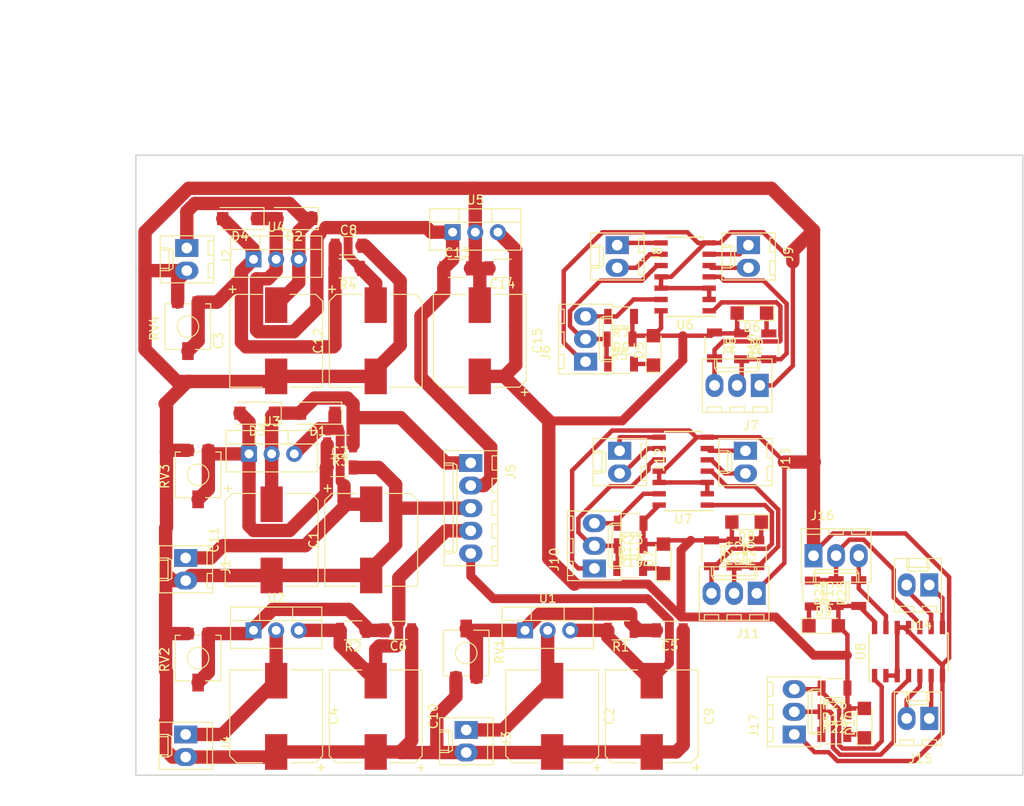
<source format=kicad_pcb>
(kicad_pcb (version 20171130) (host pcbnew 5.0.2-bee76a0~70~ubuntu18.04.1)
  (layers (0 F.Cu signal) (31 B.Cu signal) (34 B.Paste user) (35 F.Paste user) (36 B.SilkS user) (37 F.SilkS user) (38 B.Mask user) (39 F.Mask user) (44 Edge.Cuts user))
  (net 0 "")
  (net 1 GND)
  (net 2 /21V_IN)
  (net 3 /-21V_IN)
  (net 4 /11V_IN)
  (net 5 /-11V_IN)
  (net 6 "Net-(C5-Pad2)")
  (net 7 "Net-(C6-Pad2)")
  (net 8 "Net-(C7-Pad1)")
  (net 9 "Net-(C8-Pad1)")
  (net 10 /-18V)
  (net 11 /-8V)
  (net 12 /18V)
  (net 13 /8V)
  (net 14 +5V)
  (net 15 /BL)
  (net 16 /~BL)
  (net 17 /~G)
  (net 18 /G)
  (net 19 /BT)
  (net 20 /~BT)
  (net 21 /~SPARE)
  (net 22 /SPARE)
  (net 23 /~LRU1)
  (net 24 /LRU1)
  (net 25 /LRU2)
  (net 26 /~LRU2)
  (net 27 /BT_LED)
  (net 28 /SPARE_LED)
  (net 29 /BL_LED)
  (net 30 /LRU1_LED)
  (net 31 /LRU2_LED)
  (net 32 /G_LED)
  (net 33 /~BT_SET)
  (net 34 /~BT_RESET)
  (net 35 /~SPARE_RESET)
  (net 36 /~SPARE_SET)
  (net 37 /~BL_SET)
  (net 38 /~BL_RESET)
  (net 39 /~LRU1_RESET)
  (net 40 /~LRU1_SET)
  (net 41 /~LRU2_RESET)
  (net 42 /~LRU2_SET)
  (net 43 /~G_SET)
  (net 44 /~G_RESET)
  (module Capacitors_SMD:CP_Elec_10x10.5 (layer F.Cu) (at 152.908 129.54 270)
    (fp_text reference C1 (at 0 6.46 270) (layer F.SilkS))
    (fp_text value CP)
    (fp_text user + (at -5.78 4.97 270) (layer F.SilkS))
    (pad 2 smd rect (at 4 0 90) (size 4 2.5) (layers F.Cu F.Paste F.Mask) (net 1 GND))
    (pad 1 smd rect (at -4 0 90) (size 4 2.5) (layers F.Cu F.Paste F.Mask) (net 2 /21V_IN))
  )
  (module Capacitors_SMD:CP_Elec_10x10.5 (layer F.Cu) (at 173.228 149.352 90)
    (fp_text reference C2 (at 0 6.46 90) (layer F.SilkS))
    (fp_text value CP)
    (fp_text user + (at -5.78 4.97 90) (layer F.SilkS))
    (pad 1 smd rect (at -4 0 270) (size 4 2.5) (layers F.Cu F.Paste F.Mask) (net 1 GND))
    (pad 2 smd rect (at 4 0 270) (size 4 2.5) (layers F.Cu F.Paste F.Mask) (net 3 /-21V_IN))
  )
  (module Capacitors_SMD:CP_Elec_10x10.5 (layer F.Cu) (at 142.24 107.188 270)
    (fp_text reference C3 (at 0 6.46 270) (layer F.SilkS))
    (fp_text value CP)
    (fp_text user + (at -5.78 4.97 270) (layer F.SilkS))
    (pad 1 smd rect (at -4 0 90) (size 4 2.5) (layers F.Cu F.Paste F.Mask) (net 4 /11V_IN))
    (pad 2 smd rect (at 4 0 90) (size 4 2.5) (layers F.Cu F.Paste F.Mask) (net 1 GND))
  )
  (module Capacitors_SMD:CP_Elec_10x10.5 (layer F.Cu) (at 142.24 149.352 90)
    (fp_text reference C4 (at 0 6.46 90) (layer F.SilkS))
    (fp_text value CP)
    (fp_text user + (at -5.78 4.97 90) (layer F.SilkS))
    (pad 2 smd rect (at 4 0 270) (size 4 2.5) (layers F.Cu F.Paste F.Mask) (net 5 /-11V_IN))
    (pad 1 smd rect (at -4 0 270) (size 4 2.5) (layers F.Cu F.Paste F.Mask) (net 1 GND))
  )
  (module Capacitors_SMD:C_1206 (layer F.Cu) (at 186.436 139.7 180)
    (fp_text reference C5 (at 0 -1.75 180) (layer F.SilkS))
    (fp_text value C)
    (pad 2 smd rect (at 1.5 0 180) (size 1 1.6) (layers F.Cu F.Paste F.Mask) (net 6 "Net-(C5-Pad2)"))
    (pad 1 smd rect (at -1.5 0 180) (size 1 1.6) (layers F.Cu F.Paste F.Mask) (net 1 GND))
  )
  (module Capacitors_SMD:C_1206 (layer F.Cu) (at 155.956 139.7 180)
    (fp_text reference C6 (at 0 -1.75 180) (layer F.SilkS))
    (fp_text value C)
    (pad 2 smd rect (at 1.5 0 180) (size 1 1.6) (layers F.Cu F.Paste F.Mask) (net 7 "Net-(C6-Pad2)"))
    (pad 1 smd rect (at -1.5 0 180) (size 1 1.6) (layers F.Cu F.Paste F.Mask) (net 1 GND))
  )
  (module Capacitors_SMD:C_1206 (layer F.Cu) (at 149.376 121.412)
    (fp_text reference C7 (at 0 -1.75) (layer F.SilkS))
    (fp_text value C)
    (pad 2 smd rect (at 1.5 0) (size 1 1.6) (layers F.Cu F.Paste F.Mask) (net 1 GND))
    (pad 1 smd rect (at -1.5 0) (size 1 1.6) (layers F.Cu F.Paste F.Mask) (net 8 "Net-(C7-Pad1)"))
  )
  (module Capacitors_SMD:C_1206 (layer F.Cu) (at 150.368 96.52)
    (fp_text reference C8 (at 0 -1.75) (layer F.SilkS))
    (fp_text value C)
    (pad 1 smd rect (at -1.5 0) (size 1 1.6) (layers F.Cu F.Paste F.Mask) (net 9 "Net-(C8-Pad1)"))
    (pad 2 smd rect (at 1.5 0) (size 1 1.6) (layers F.Cu F.Paste F.Mask) (net 1 GND))
  )
  (module Capacitors_SMD:CP_Elec_10x10.5 (layer F.Cu) (at 184.404 149.352 90)
    (fp_text reference C9 (at 0 6.46 90) (layer F.SilkS))
    (fp_text value CP)
    (fp_text user + (at -5.78 4.97 90) (layer F.SilkS))
    (pad 1 smd rect (at -4 0 270) (size 4 2.5) (layers F.Cu F.Paste F.Mask) (net 1 GND))
    (pad 2 smd rect (at 4 0 270) (size 4 2.5) (layers F.Cu F.Paste F.Mask) (net 10 /-18V))
  )
  (module Capacitors_SMD:CP_Elec_10x10.5 (layer F.Cu) (at 153.416 149.352 90)
    (fp_text reference C10 (at 0 6.46 90) (layer F.SilkS))
    (fp_text value CP)
    (fp_text user + (at -5.78 4.97 90) (layer F.SilkS))
    (pad 2 smd rect (at 4 0 270) (size 4 2.5) (layers F.Cu F.Paste F.Mask) (net 11 /-8V))
    (pad 1 smd rect (at -4 0 270) (size 4 2.5) (layers F.Cu F.Paste F.Mask) (net 1 GND))
  )
  (module Capacitors_SMD:CP_Elec_10x10.5 (layer F.Cu) (at 141.732 129.54 270)
    (fp_text reference C11 (at 0 6.46 270) (layer F.SilkS))
    (fp_text value CP)
    (fp_text user + (at -5.78 4.97 270) (layer F.SilkS))
    (pad 2 smd rect (at 4 0 90) (size 4 2.5) (layers F.Cu F.Paste F.Mask) (net 1 GND))
    (pad 1 smd rect (at -4 0 90) (size 4 2.5) (layers F.Cu F.Paste F.Mask) (net 12 /18V))
  )
  (module Capacitors_SMD:CP_Elec_10x10.5 (layer F.Cu) (at 153.416 107.188 270)
    (fp_text reference C12 (at 0 6.46 270) (layer F.SilkS))
    (fp_text value CP)
    (fp_text user + (at -5.78 4.97 270) (layer F.SilkS))
    (pad 1 smd rect (at -4 0 90) (size 4 2.5) (layers F.Cu F.Paste F.Mask) (net 13 /8V))
    (pad 2 smd rect (at 4 0 90) (size 4 2.5) (layers F.Cu F.Paste F.Mask) (net 1 GND))
  )
  (module Capacitors_SMD:C_1206 (layer F.Cu) (at 162.56 99.06)
    (fp_text reference C13 (at 0 -1.75) (layer F.SilkS))
    (fp_text value C)
    (pad 1 smd rect (at -1.5 0) (size 1 1.6) (layers F.Cu F.Paste F.Mask) (net 13 /8V))
    (pad 2 smd rect (at 1.5 0) (size 1 1.6) (layers F.Cu F.Paste F.Mask) (net 1 GND))
  )
  (module Capacitors_SMD:C_1206 (layer F.Cu) (at 167.64 99.06 180)
    (fp_text reference C14 (at 0 -1.75 180) (layer F.SilkS))
    (fp_text value C)
    (pad 1 smd rect (at -1.5 0 180) (size 1 1.6) (layers F.Cu F.Paste F.Mask) (net 14 +5V))
    (pad 2 smd rect (at 1.5 0 180) (size 1 1.6) (layers F.Cu F.Paste F.Mask) (net 1 GND))
  )
  (module Capacitors_SMD:CP_Elec_10x10.5 (layer F.Cu) (at 165.1 107.188 90)
    (fp_text reference C15 (at 0 6.46 90) (layer F.SilkS))
    (fp_text value CP)
    (fp_text user + (at -5.78 4.97 90) (layer F.SilkS))
    (pad 2 smd rect (at 4 0 270) (size 4 2.5) (layers F.Cu F.Paste F.Mask) (net 1 GND))
    (pad 1 smd rect (at -4 0 270) (size 4 2.5) (layers F.Cu F.Paste F.Mask) (net 14 +5V))
  )
  (module Diodes_SMD:D_2010 (layer F.Cu) (at 146.909 115.316 180)
    (fp_text reference D1 (at 0 -2 180) (layer F.SilkS))
    (fp_text value D)
    (pad 1 smd rect (at -1.935 0 180) (size 1.27 1.47) (layers F.Cu F.Paste F.Mask) (net 2 /21V_IN))
    (pad 2 smd rect (at 1.935 0 180) (size 1.27 1.47) (layers F.Cu F.Paste F.Mask) (net 12 /18V))
  )
  (module Diodes_SMD:D_2010 (layer F.Cu) (at 144.272 93.472 180)
    (fp_text reference D2 (at 0 -2 180) (layer F.SilkS))
    (fp_text value D)
    (pad 1 smd rect (at -1.935 0 180) (size 1.27 1.47) (layers F.Cu F.Paste F.Mask) (net 4 /11V_IN))
    (pad 2 smd rect (at 1.935 0 180) (size 1.27 1.47) (layers F.Cu F.Paste F.Mask) (net 13 /8V))
  )
  (module Diodes_SMD:D_2010 (layer F.Cu) (at 140.111 115.316 180)
    (fp_text reference D3 (at 0 -2 180) (layer F.SilkS))
    (fp_text value D)
    (pad 2 smd rect (at 1.935 0 180) (size 1.27 1.47) (layers F.Cu F.Paste F.Mask) (net 8 "Net-(C7-Pad1)"))
    (pad 1 smd rect (at -1.935 0 180) (size 1.27 1.47) (layers F.Cu F.Paste F.Mask) (net 12 /18V))
  )
  (module Diodes_SMD:D_2010 (layer F.Cu) (at 138.176 93.472 180)
    (fp_text reference D4 (at 0 -2 180) (layer F.SilkS))
    (fp_text value D)
    (pad 2 smd rect (at 1.935 0 180) (size 1.27 1.47) (layers F.Cu F.Paste F.Mask) (net 9 "Net-(C8-Pad1)"))
    (pad 1 smd rect (at -1.935 0 180) (size 1.27 1.47) (layers F.Cu F.Paste F.Mask) (net 13 /8V))
  )
  (module Connectors_Molex:Molex_KK-6410-02_02x2.54mm_Straight (layer F.Cu) (at 132.08 131.572 270)
    (fp_text reference J1 (at 1 -4.5 270) (layer F.SilkS))
    (fp_text value Conn_01x02_Male)
    (pad 2 thru_hole oval (at 2.54 0 270) (size 2 2.6) (drill 1.2) (layers *.Cu *.Mask) (net 1 GND))
    (pad 1 thru_hole rect (at 0 0 270) (size 2 2.6) (drill 1.2) (layers *.Cu *.Mask) (net 2 /21V_IN))
  )
  (module Connectors_Molex:Molex_KK-6410-02_02x2.54mm_Straight (layer F.Cu) (at 132.207 96.774 270)
    (fp_text reference J2 (at 1 -4.5 270) (layer F.SilkS))
    (fp_text value Conn_01x02_Male)
    (pad 2 thru_hole oval (at 2.54 0 270) (size 2 2.6) (drill 1.2) (layers *.Cu *.Mask) (net 1 GND))
    (pad 1 thru_hole rect (at 0 0 270) (size 2 2.6) (drill 1.2) (layers *.Cu *.Mask) (net 4 /11V_IN))
  )
  (module Connectors_Molex:Molex_KK-6410-02_02x2.54mm_Straight (layer F.Cu) (at 163.576 150.876 270)
    (fp_text reference J3 (at 1 -4.5 270) (layer F.SilkS))
    (fp_text value Conn_01x02_Male)
    (pad 1 thru_hole rect (at 0 0 270) (size 2 2.6) (drill 1.2) (layers *.Cu *.Mask) (net 3 /-21V_IN))
    (pad 2 thru_hole oval (at 2.54 0 270) (size 2 2.6) (drill 1.2) (layers *.Cu *.Mask) (net 1 GND))
  )
  (module Connectors_Molex:Molex_KK-6410-02_02x2.54mm_Straight (layer F.Cu) (at 132.08 151.384 270)
    (fp_text reference J4 (at 1 -4.5 270) (layer F.SilkS))
    (fp_text value Conn_01x02_Male)
    (pad 1 thru_hole rect (at 0 0 270) (size 2 2.6) (drill 1.2) (layers *.Cu *.Mask) (net 5 /-11V_IN))
    (pad 2 thru_hole oval (at 2.54 0 270) (size 2 2.6) (drill 1.2) (layers *.Cu *.Mask) (net 1 GND))
  )
  (module Connectors_Molex:Molex_KK-6410-02_02x2.54mm_Straight (layer F.Cu) (at 180.797399 119.540002 270)
    (fp_text reference J12 (at 1 -4.5 270) (layer F.SilkS))
    (fp_text value Conn_01x02_Male)
    (pad 2 thru_hole oval (at 2.54 0 270) (size 2 2.6) (drill 1.2) (layers *.Cu *.Mask) (net 15 /BL))
    (pad 1 thru_hole rect (at 0 0 270) (size 2 2.6) (drill 1.2) (layers *.Cu *.Mask) (net 16 /~BL))
  )
  (module Connectors_Molex:Molex_KK-6410-02_02x2.54mm_Straight (layer F.Cu) (at 194.923824 119.540002 270)
    (fp_text reference J13 (at 1 -4.5 270) (layer F.SilkS))
    (fp_text value Conn_01x02_Male)
    (pad 1 thru_hole rect (at 0 0 270) (size 2 2.6) (drill 1.2) (layers *.Cu *.Mask) (net 23 /~LRU1))
    (pad 2 thru_hole oval (at 2.54 0 270) (size 2 2.6) (drill 1.2) (layers *.Cu *.Mask) (net 24 /LRU1))
  )
  (module Connectors_Molex:Molex_KK-6410-02_02x2.54mm_Straight (layer F.Cu) (at 215.561511 134.604745 180)
    (fp_text reference J14 (at 1 -4.5 180) (layer F.SilkS))
    (fp_text value Conn_01x02_Male)
    (pad 2 thru_hole oval (at 2.54 0 180) (size 2 2.6) (drill 1.2) (layers *.Cu *.Mask) (net 25 /LRU2))
    (pad 1 thru_hole rect (at 0 0 180) (size 2 2.6) (drill 1.2) (layers *.Cu *.Mask) (net 26 /~LRU2))
  )
  (module Connectors_Molex:Molex_KK-6410-02_02x2.54mm_Straight (layer F.Cu) (at 215.561511 149.590745 180)
    (fp_text reference J15 (at 1 -4.5 180) (layer F.SilkS))
    (fp_text value Conn_01x02_Male)
    (pad 1 thru_hole rect (at 0 0 180) (size 2 2.6) (drill 1.2) (layers *.Cu *.Mask) (net 17 /~G))
    (pad 2 thru_hole oval (at 2.54 0 180) (size 2 2.6) (drill 1.2) (layers *.Cu *.Mask) (net 18 /G))
  )
  (module Resistors_SMD:R_1206 (layer F.Cu) (at 180.922 139.7 180)
    (fp_text reference R1 (at 0 -1.85 180) (layer F.SilkS))
    (fp_text value R)
    (pad 1 smd rect (at -1.45 0 180) (size 0.9 1.7) (layers F.Cu F.Paste F.Mask) (net 6 "Net-(C5-Pad2)"))
    (pad 2 smd rect (at 1.45 0 180) (size 0.9 1.7) (layers F.Cu F.Paste F.Mask) (net 10 /-18V))
  )
  (module Resistors_SMD:R_1206 (layer F.Cu) (at 150.876 139.7 180)
    (fp_text reference R2 (at 0 -1.85 180) (layer F.SilkS))
    (fp_text value R)
    (pad 2 smd rect (at 1.45 0 180) (size 0.9 1.7) (layers F.Cu F.Paste F.Mask) (net 11 /-8V))
    (pad 1 smd rect (at -1.45 0 180) (size 0.9 1.7) (layers F.Cu F.Paste F.Mask) (net 7 "Net-(C6-Pad2)"))
  )
  (module Resistors_SMD:R_1206 (layer F.Cu) (at 149.426 118.872 180)
    (fp_text reference R3 (at 0 -1.85 180) (layer F.SilkS))
    (fp_text value R)
    (pad 2 smd rect (at 1.45 0 180) (size 0.9 1.7) (layers F.Cu F.Paste F.Mask) (net 8 "Net-(C7-Pad1)"))
    (pad 1 smd rect (at -1.45 0 180) (size 0.9 1.7) (layers F.Cu F.Paste F.Mask) (net 12 /18V))
  )
  (module Resistors_SMD:R_1206 (layer F.Cu) (at 150.294 99.06 180)
    (fp_text reference R4 (at 0 -1.85 180) (layer F.SilkS))
    (fp_text value R)
    (pad 1 smd rect (at -1.45 0 180) (size 0.9 1.7) (layers F.Cu F.Paste F.Mask) (net 13 /8V))
    (pad 2 smd rect (at 1.45 0 180) (size 0.9 1.7) (layers F.Cu F.Paste F.Mask) (net 9 "Net-(C8-Pad1)"))
  )
  (module Resistors_SMD:R_1206 (layer F.Cu) (at 182.033324 130.208002 180)
    (fp_text reference R19 (at 0 -1.85 180) (layer F.SilkS))
    (fp_text value R)
    (pad 1 smd rect (at -1.45 0 180) (size 0.9 1.7) (layers F.Cu F.Paste F.Mask) (net 14 +5V))
    (pad 2 smd rect (at 1.45 0 180) (size 0.9 1.7) (layers F.Cu F.Paste F.Mask) (net 37 /~BL_SET))
  )
  (module Resistors_SMD:R_1206 (layer F.Cu) (at 193.653824 131.086502 270)
    (fp_text reference R20 (at 0 -1.85 270) (layer F.SilkS))
    (fp_text value R)
    (pad 1 smd rect (at -1.45 0 270) (size 0.9 1.7) (layers F.Cu F.Paste F.Mask) (net 14 +5V))
    (pad 2 smd rect (at 1.45 0 270) (size 0.9 1.7) (layers F.Cu F.Paste F.Mask) (net 40 /~LRU1_SET))
  )
  (module Resistors_SMD:R_1206 (layer F.Cu) (at 205.105 135.509 90)
    (fp_text reference R21 (at 0 -1.85 90) (layer F.SilkS))
    (fp_text value R)
    (pad 2 smd rect (at 1.45 0 90) (size 0.9 1.7) (layers F.Cu F.Paste F.Mask) (net 42 /~LRU2_SET))
    (pad 1 smd rect (at -1.45 0 90) (size 0.9 1.7) (layers F.Cu F.Paste F.Mask) (net 14 +5V))
  )
  (module Resistors_SMD:R_1206 (layer F.Cu) (at 204.925 148.844 180)
    (fp_text reference R22 (at 0 -1.85 180) (layer F.SilkS))
    (fp_text value R)
    (pad 1 smd rect (at -1.45 0 180) (size 0.9 1.7) (layers F.Cu F.Paste F.Mask) (net 14 +5V))
    (pad 2 smd rect (at 1.45 0 180) (size 0.9 1.7) (layers F.Cu F.Paste F.Mask) (net 43 /~G_SET))
  )
  (module Resistors_SMD:R_1206 (layer F.Cu) (at 182.033324 127.668002 180)
    (fp_text reference R23 (at 0 -1.85 180) (layer F.SilkS))
    (fp_text value R)
    (pad 2 smd rect (at 1.45 0 180) (size 0.9 1.7) (layers F.Cu F.Paste F.Mask) (net 38 /~BL_RESET))
    (pad 1 smd rect (at -1.45 0 180) (size 0.9 1.7) (layers F.Cu F.Paste F.Mask) (net 14 +5V))
  )
  (module Resistors_SMD:R_1206 (layer F.Cu) (at 191.113824 131.044002 270)
    (fp_text reference R24 (at 0 -1.85 270) (layer F.SilkS))
    (fp_text value R)
    (pad 2 smd rect (at 1.45 0 270) (size 0.9 1.7) (layers F.Cu F.Paste F.Mask) (net 39 /~LRU1_RESET))
    (pad 1 smd rect (at -1.45 0 270) (size 0.9 1.7) (layers F.Cu F.Paste F.Mask) (net 14 +5V))
  )
  (module Resistors_SMD:R_1206 (layer F.Cu) (at 207.645 135.509 90)
    (fp_text reference R25 (at 0 -1.85 90) (layer F.SilkS))
    (fp_text value R)
    (pad 2 smd rect (at 1.45 0 90) (size 0.9 1.7) (layers F.Cu F.Paste F.Mask) (net 41 /~LRU2_RESET))
    (pad 1 smd rect (at -1.45 0 90) (size 0.9 1.7) (layers F.Cu F.Paste F.Mask) (net 14 +5V))
  )
  (module Resistors_SMD:R_1206 (layer F.Cu) (at 204.925 146.177 180)
    (fp_text reference R26 (at 0 -1.85 180) (layer F.SilkS))
    (fp_text value R)
    (pad 1 smd rect (at -1.45 0 180) (size 0.9 1.7) (layers F.Cu F.Paste F.Mask) (net 14 +5V))
    (pad 2 smd rect (at 1.45 0 180) (size 0.9 1.7) (layers F.Cu F.Paste F.Mask) (net 44 /~G_RESET))
  )
  (module TO_SOT_Packages_THT:TO-220-3_Vertical (layer F.Cu) (at 170.18 139.7)
    (fp_text reference U1 (at 2.54 -3.62) (layer F.SilkS))
    (fp_text value LM337_TO220)
    (pad 3 thru_hole oval (at 5.08 0) (size 1.8 1.8) (drill 1) (layers *.Cu *.Mask) (net 10 /-18V))
    (pad 2 thru_hole oval (at 2.54 0) (size 1.8 1.8) (drill 1) (layers *.Cu *.Mask) (net 3 /-21V_IN))
    (pad 1 thru_hole rect (at 0 0) (size 1.8 1.8) (drill 1) (layers *.Cu *.Mask) (net 6 "Net-(C5-Pad2)"))
  )
  (module TO_SOT_Packages_THT:TO-220-3_Vertical (layer F.Cu) (at 139.7 139.7)
    (fp_text reference U2 (at 2.54 -3.62) (layer F.SilkS))
    (fp_text value LM337_TO220)
    (pad 3 thru_hole oval (at 5.08 0) (size 1.8 1.8) (drill 1) (layers *.Cu *.Mask) (net 11 /-8V))
    (pad 2 thru_hole oval (at 2.54 0) (size 1.8 1.8) (drill 1) (layers *.Cu *.Mask) (net 5 /-11V_IN))
    (pad 1 thru_hole rect (at 0 0) (size 1.8 1.8) (drill 1) (layers *.Cu *.Mask) (net 7 "Net-(C6-Pad2)"))
  )
  (module TO_SOT_Packages_THT:TO-220-3_Vertical (layer F.Cu) (at 139.192 119.888)
    (fp_text reference U3 (at 2.54 -3.62) (layer F.SilkS))
    (fp_text value LM317_3PinPackage)
    (pad 3 thru_hole oval (at 5.08 0) (size 1.8 1.8) (drill 1) (layers *.Cu *.Mask) (net 2 /21V_IN))
    (pad 2 thru_hole oval (at 2.54 0) (size 1.8 1.8) (drill 1) (layers *.Cu *.Mask) (net 12 /18V))
    (pad 1 thru_hole rect (at 0 0) (size 1.8 1.8) (drill 1) (layers *.Cu *.Mask) (net 8 "Net-(C7-Pad1)"))
  )
  (module TO_SOT_Packages_THT:TO-220-3_Vertical (layer F.Cu) (at 139.7 98.044)
    (fp_text reference U4 (at 2.54 -3.62) (layer F.SilkS))
    (fp_text value LM317_3PinPackage)
    (pad 1 thru_hole rect (at 0 0) (size 1.8 1.8) (drill 1) (layers *.Cu *.Mask) (net 9 "Net-(C8-Pad1)"))
    (pad 2 thru_hole oval (at 2.54 0) (size 1.8 1.8) (drill 1) (layers *.Cu *.Mask) (net 13 /8V))
    (pad 3 thru_hole oval (at 5.08 0) (size 1.8 1.8) (drill 1) (layers *.Cu *.Mask) (net 4 /11V_IN))
  )
  (module TO_SOT_Packages_THT:TO-220-3_Vertical (layer F.Cu) (at 162.052 94.996)
    (fp_text reference U5 (at 2.54 -3.62) (layer F.SilkS))
    (fp_text value L7805)
    (pad 1 thru_hole rect (at 0 0) (size 1.8 1.8) (drill 1) (layers *.Cu *.Mask) (net 13 /8V))
    (pad 2 thru_hole oval (at 2.54 0) (size 1.8 1.8) (drill 1) (layers *.Cu *.Mask) (net 1 GND))
    (pad 3 thru_hole oval (at 5.08 0) (size 1.8 1.8) (drill 1) (layers *.Cu *.Mask) (net 14 +5V))
  )
  (module Housings_SOIC:SOIC-14_3.9x8.7mm_Pitch1.27mm (layer F.Cu) (at 187.938824 121.826002 180)
    (fp_text reference U7 (at 0 -5.375 180) (layer F.SilkS))
    (fp_text value 74HC74)
    (pad 14 smd rect (at 2.7 -3.81 180) (size 1.5 0.6) (layers F.Cu F.Paste F.Mask) (net 14 +5V))
    (pad 13 smd rect (at 2.7 -2.54 180) (size 1.5 0.6) (layers F.Cu F.Paste F.Mask) (net 38 /~BL_RESET))
    (pad 12 smd rect (at 2.7 -1.27 180) (size 1.5 0.6) (layers F.Cu F.Paste F.Mask) (net 1 GND))
    (pad 11 smd rect (at 2.7 0 180) (size 1.5 0.6) (layers F.Cu F.Paste F.Mask) (net 1 GND))
    (pad 10 smd rect (at 2.7 1.27 180) (size 1.5 0.6) (layers F.Cu F.Paste F.Mask) (net 37 /~BL_SET))
    (pad 9 smd rect (at 2.7 2.54 180) (size 1.5 0.6) (layers F.Cu F.Paste F.Mask) (net 15 /BL))
    (pad 8 smd rect (at 2.7 3.81 180) (size 1.5 0.6) (layers F.Cu F.Paste F.Mask) (net 16 /~BL))
    (pad 7 smd rect (at -2.7 3.81 180) (size 1.5 0.6) (layers F.Cu F.Paste F.Mask) (net 1 GND))
    (pad 6 smd rect (at -2.7 2.54 180) (size 1.5 0.6) (layers F.Cu F.Paste F.Mask) (net 23 /~LRU1))
    (pad 5 smd rect (at -2.7 1.27 180) (size 1.5 0.6) (layers F.Cu F.Paste F.Mask) (net 24 /LRU1))
    (pad 4 smd rect (at -2.7 0 180) (size 1.5 0.6) (layers F.Cu F.Paste F.Mask) (net 40 /~LRU1_SET))
    (pad 3 smd rect (at -2.7 -1.27 180) (size 1.5 0.6) (layers F.Cu F.Paste F.Mask) (net 1 GND))
    (pad 2 smd rect (at -2.7 -2.54 180) (size 1.5 0.6) (layers F.Cu F.Paste F.Mask) (net 1 GND))
    (pad 1 smd rect (at -2.7 -3.81 180) (size 1.5 0.6) (layers F.Cu F.Paste F.Mask) (net 39 /~LRU1_RESET))
  )
  (module Housings_SOIC:SOIC-14_3.9x8.7mm_Pitch1.27mm (layer F.Cu) (at 213.233 142.08 90)
    (fp_text reference U8 (at 0 -5.375 90) (layer F.SilkS))
    (fp_text value 74HC74)
    (pad 1 smd rect (at -2.7 -3.81 90) (size 1.5 0.6) (layers F.Cu F.Paste F.Mask) (net 44 /~G_RESET))
    (pad 2 smd rect (at -2.7 -2.54 90) (size 1.5 0.6) (layers F.Cu F.Paste F.Mask) (net 1 GND))
    (pad 3 smd rect (at -2.7 -1.27 90) (size 1.5 0.6) (layers F.Cu F.Paste F.Mask) (net 1 GND))
    (pad 4 smd rect (at -2.7 0 90) (size 1.5 0.6) (layers F.Cu F.Paste F.Mask) (net 43 /~G_SET))
    (pad 5 smd rect (at -2.7 1.27 90) (size 1.5 0.6) (layers F.Cu F.Paste F.Mask) (net 18 /G))
    (pad 6 smd rect (at -2.7 2.54 90) (size 1.5 0.6) (layers F.Cu F.Paste F.Mask) (net 17 /~G))
    (pad 7 smd rect (at -2.7 3.81 90) (size 1.5 0.6) (layers F.Cu F.Paste F.Mask) (net 1 GND))
    (pad 8 smd rect (at 2.7 3.81 90) (size 1.5 0.6) (layers F.Cu F.Paste F.Mask) (net 26 /~LRU2))
    (pad 9 smd rect (at 2.7 2.54 90) (size 1.5 0.6) (layers F.Cu F.Paste F.Mask) (net 25 /LRU2))
    (pad 10 smd rect (at 2.7 1.27 90) (size 1.5 0.6) (layers F.Cu F.Paste F.Mask) (net 42 /~LRU2_SET))
    (pad 11 smd rect (at 2.7 0 90) (size 1.5 0.6) (layers F.Cu F.Paste F.Mask) (net 1 GND))
    (pad 12 smd rect (at 2.7 -1.27 90) (size 1.5 0.6) (layers F.Cu F.Paste F.Mask) (net 1 GND))
    (pad 13 smd rect (at 2.7 -2.54 90) (size 1.5 0.6) (layers F.Cu F.Paste F.Mask) (net 41 /~LRU2_RESET))
    (pad 14 smd rect (at 2.7 -3.81 90) (size 1.5 0.6) (layers F.Cu F.Paste F.Mask) (net 14 +5V))
  )
  (module Connectors_Molex:Molex_KK-6410-05_05x2.54mm_Straight (layer F.Cu) (at 164.084 120.904 270)
    (fp_text reference J5 (at 1 -4.5 270) (layer F.SilkS))
    (fp_text value Conn_01x05_Male)
    (pad 5 thru_hole oval (at 10.16 0 270) (size 2 2.6) (drill 1.2) (layers *.Cu *.Mask) (net 10 /-18V))
    (pad 4 thru_hole oval (at 7.62 0 270) (size 2 2.6) (drill 1.2) (layers *.Cu *.Mask) (net 11 /-8V))
    (pad 3 thru_hole oval (at 5.08 0 270) (size 2 2.6) (drill 1.2) (layers *.Cu *.Mask) (net 1 GND))
    (pad 2 thru_hole oval (at 2.54 0 270) (size 2 2.6) (drill 1.2) (layers *.Cu *.Mask) (net 13 /8V))
    (pad 1 thru_hole rect (at 0 0 270) (size 2 2.6) (drill 1.2) (layers *.Cu *.Mask) (net 12 /18V))
  )
  (module LEDs:LED_1206 (layer F.Cu) (at 184.5945 108.2675 90)
    (fp_text reference D5 (at 0 -1.6 90) (layer F.SilkS))
    (fp_text value LED)
    (pad 1 smd rect (at -1.65 0 270) (size 1.5 1.5) (layers F.Cu F.Paste F.Mask) (net 27 /BT_LED))
    (pad 2 smd rect (at 1.65 0 270) (size 1.5 1.5) (layers F.Cu F.Paste F.Mask) (net 14 +5V))
  )
  (module LEDs:LED_1206 (layer F.Cu) (at 195.6445 104.0765 180)
    (fp_text reference D6 (at 0 -1.6 180) (layer F.SilkS))
    (fp_text value LED)
    (pad 1 smd rect (at -1.65 0) (size 1.5 1.5) (layers F.Cu F.Paste F.Mask) (net 28 /SPARE_LED))
    (pad 2 smd rect (at 1.65 0) (size 1.5 1.5) (layers F.Cu F.Paste F.Mask) (net 14 +5V))
  )
  (module LEDs:LED_1206 (layer F.Cu) (at 185.716324 131.667502 90)
    (fp_text reference D7 (at 0 -1.6 90) (layer F.SilkS))
    (fp_text value LED)
    (pad 2 smd rect (at 1.65 0 270) (size 1.5 1.5) (layers F.Cu F.Paste F.Mask) (net 14 +5V))
    (pad 1 smd rect (at -1.65 0 270) (size 1.5 1.5) (layers F.Cu F.Paste F.Mask) (net 29 /BL_LED))
  )
  (module LEDs:LED_1206 (layer F.Cu) (at 195.049824 127.541002 180)
    (fp_text reference D8 (at 0 -1.6 180) (layer F.SilkS))
    (fp_text value LED)
    (pad 2 smd rect (at 1.65 0) (size 1.5 1.5) (layers F.Cu F.Paste F.Mask) (net 14 +5V))
    (pad 1 smd rect (at -1.65 0) (size 1.5 1.5) (layers F.Cu F.Paste F.Mask) (net 30 /LRU1_LED))
  )
  (module LEDs:LED_1206 (layer F.Cu) (at 203.708 139.192)
    (fp_text reference D9 (at 0 -1.6) (layer F.SilkS))
    (fp_text value LED)
    (pad 2 smd rect (at 1.65 0 180) (size 1.5 1.5) (layers F.Cu F.Paste F.Mask) (net 14 +5V))
    (pad 1 smd rect (at -1.65 0 180) (size 1.5 1.5) (layers F.Cu F.Paste F.Mask) (net 31 /LRU2_LED))
  )
  (module LEDs:LED_1206 (layer F.Cu) (at 208.28 150.114 90)
    (fp_text reference D10 (at 0 -1.6 90) (layer F.SilkS))
    (fp_text value LED)
    (pad 1 smd rect (at -1.65 0 270) (size 1.5 1.5) (layers F.Cu F.Paste F.Mask) (net 32 /G_LED))
    (pad 2 smd rect (at 1.65 0 270) (size 1.5 1.5) (layers F.Cu F.Paste F.Mask) (net 14 +5V))
  )
  (module Connectors_Molex:Molex_KK-6410-03_03x2.54mm_Straight (layer F.Cu) (at 176.9745 109.5375 90)
    (fp_text reference J6 (at 1 -4.5 90) (layer F.SilkS))
    (fp_text value Conn_01x03_Male)
    (pad 1 thru_hole rect (at 0 0 90) (size 2 2.6) (drill 1.2) (layers *.Cu *.Mask) (net 1 GND))
    (pad 2 thru_hole oval (at 2.54 0 90) (size 2 2.6) (drill 1.2) (layers *.Cu *.Mask) (net 33 /~BT_SET))
    (pad 3 thru_hole oval (at 5.08 0 90) (size 2 2.6) (drill 1.2) (layers *.Cu *.Mask) (net 34 /~BT_RESET))
  )
  (module Connectors_Molex:Molex_KK-6410-03_03x2.54mm_Straight (layer F.Cu) (at 196.5325 112.2045 180)
    (fp_text reference J7 (at 1 -4.5 180) (layer F.SilkS))
    (fp_text value Conn_01x03_Male)
    (pad 3 thru_hole oval (at 5.08 0 180) (size 2 2.6) (drill 1.2) (layers *.Cu *.Mask) (net 35 /~SPARE_RESET))
    (pad 2 thru_hole oval (at 2.54 0 180) (size 2 2.6) (drill 1.2) (layers *.Cu *.Mask) (net 36 /~SPARE_SET))
    (pad 1 thru_hole rect (at 0 0 180) (size 2 2.6) (drill 1.2) (layers *.Cu *.Mask) (net 1 GND))
  )
  (module Connectors_Molex:Molex_KK-6410-02_02x2.54mm_Straight (layer F.Cu) (at 180.5305 96.4565 270)
    (fp_text reference J8 (at 1 -4.5 270) (layer F.SilkS))
    (fp_text value Conn_01x02_Male)
    (pad 2 thru_hole oval (at 2.54 0 270) (size 2 2.6) (drill 1.2) (layers *.Cu *.Mask) (net 19 /BT))
    (pad 1 thru_hole rect (at 0 0 270) (size 2 2.6) (drill 1.2) (layers *.Cu *.Mask) (net 20 /~BT))
  )
  (module Connectors_Molex:Molex_KK-6410-02_02x2.54mm_Straight (layer F.Cu) (at 195.2625 96.4565 270)
    (fp_text reference J9 (at 1 -4.5 270) (layer F.SilkS))
    (fp_text value Conn_01x02_Male)
    (pad 1 thru_hole rect (at 0 0 270) (size 2 2.6) (drill 1.2) (layers *.Cu *.Mask) (net 21 /~SPARE))
    (pad 2 thru_hole oval (at 2.54 0 270) (size 2 2.6) (drill 1.2) (layers *.Cu *.Mask) (net 22 /SPARE))
  )
  (module Connectors_Molex:Molex_KK-6410-03_03x2.54mm_Straight (layer F.Cu) (at 177.969324 132.748002 90)
    (fp_text reference J10 (at 1 -4.5 90) (layer F.SilkS))
    (fp_text value Conn_01x03_Male)
    (pad 1 thru_hole rect (at 0 0 90) (size 2 2.6) (drill 1.2) (layers *.Cu *.Mask) (net 1 GND))
    (pad 2 thru_hole oval (at 2.54 0 90) (size 2 2.6) (drill 1.2) (layers *.Cu *.Mask) (net 37 /~BL_SET))
    (pad 3 thru_hole oval (at 5.08 0 90) (size 2 2.6) (drill 1.2) (layers *.Cu *.Mask) (net 38 /~BL_RESET))
  )
  (module Connectors_Molex:Molex_KK-6410-03_03x2.54mm_Straight (layer F.Cu) (at 196.193824 135.542002 180)
    (fp_text reference J11 (at 1 -4.5 180) (layer F.SilkS))
    (fp_text value Conn_01x03_Male)
    (pad 3 thru_hole oval (at 5.08 0 180) (size 2 2.6) (drill 1.2) (layers *.Cu *.Mask) (net 39 /~LRU1_RESET))
    (pad 2 thru_hole oval (at 2.54 0 180) (size 2 2.6) (drill 1.2) (layers *.Cu *.Mask) (net 40 /~LRU1_SET))
    (pad 1 thru_hole rect (at 0 0 180) (size 2 2.6) (drill 1.2) (layers *.Cu *.Mask) (net 1 GND))
  )
  (module Connectors_Molex:Molex_KK-6410-03_03x2.54mm_Straight (layer F.Cu) (at 202.565 131.318)
    (fp_text reference J16 (at 1 -4.5) (layer F.SilkS))
    (fp_text value Conn_01x03_Male)
    (pad 3 thru_hole oval (at 5.08 0) (size 2 2.6) (drill 1.2) (layers *.Cu *.Mask) (net 41 /~LRU2_RESET))
    (pad 2 thru_hole oval (at 2.54 0) (size 2 2.6) (drill 1.2) (layers *.Cu *.Mask) (net 42 /~LRU2_SET))
    (pad 1 thru_hole rect (at 0 0) (size 2 2.6) (drill 1.2) (layers *.Cu *.Mask) (net 1 GND))
  )
  (module Connectors_Molex:Molex_KK-6410-03_03x2.54mm_Straight (layer F.Cu) (at 200.406 151.384 90)
    (fp_text reference J17 (at 1 -4.5 90) (layer F.SilkS))
    (fp_text value Conn_01x03_Male)
    (pad 1 thru_hole rect (at 0 0 90) (size 2 2.6) (drill 1.2) (layers *.Cu *.Mask) (net 1 GND))
    (pad 2 thru_hole oval (at 2.54 0 90) (size 2 2.6) (drill 1.2) (layers *.Cu *.Mask) (net 43 /~G_SET))
    (pad 3 thru_hole oval (at 5.08 0 90) (size 2 2.6) (drill 1.2) (layers *.Cu *.Mask) (net 44 /~G_RESET))
  )
  (module Resistors_SMD:R_1206 (layer F.Cu) (at 180.7845 106.9975 180)
    (fp_text reference R5 (at 0 -1.85 180) (layer F.SilkS))
    (fp_text value R)
    (pad 1 smd rect (at -1.45 0 180) (size 0.9 1.7) (layers F.Cu F.Paste F.Mask) (net 14 +5V))
    (pad 2 smd rect (at 1.45 0 180) (size 0.9 1.7) (layers F.Cu F.Paste F.Mask) (net 33 /~BT_SET))
  )
  (module Resistors_SMD:R_1206 (layer F.Cu) (at 194.5005 107.8125 270)
    (fp_text reference R6 (at 0 -1.85 270) (layer F.SilkS))
    (fp_text value R)
    (pad 1 smd rect (at -1.45 0 270) (size 0.9 1.7) (layers F.Cu F.Paste F.Mask) (net 14 +5V))
    (pad 2 smd rect (at 1.45 0 270) (size 0.9 1.7) (layers F.Cu F.Paste F.Mask) (net 36 /~SPARE_SET))
  )
  (module Resistors_SMD:R_1206 (layer F.Cu) (at 180.9645 104.4575 180)
    (fp_text reference R7 (at 0 -1.85 180) (layer F.SilkS))
    (fp_text value R)
    (pad 2 smd rect (at 1.45 0 180) (size 0.9 1.7) (layers F.Cu F.Paste F.Mask) (net 34 /~BT_RESET))
    (pad 1 smd rect (at -1.45 0 180) (size 0.9 1.7) (layers F.Cu F.Paste F.Mask) (net 14 +5V))
  )
  (module Resistors_SMD:R_1206 (layer F.Cu) (at 191.4525 107.7065 270)
    (fp_text reference R8 (at 0 -1.85 270) (layer F.SilkS))
    (fp_text value R)
    (pad 2 smd rect (at 1.45 0 270) (size 0.9 1.7) (layers F.Cu F.Paste F.Mask) (net 35 /~SPARE_RESET))
    (pad 1 smd rect (at -1.45 0 270) (size 0.9 1.7) (layers F.Cu F.Paste F.Mask) (net 14 +5V))
  )
  (module Resistors_SMD:R_1206 (layer F.Cu) (at 180.9645 109.7915)
    (fp_text reference R9 (at 0 -1.85) (layer F.SilkS))
    (fp_text value R)
    (pad 1 smd rect (at -1.45 0) (size 0.9 1.7) (layers F.Cu F.Paste F.Mask) (net 33 /~BT_SET))
    (pad 2 smd rect (at 1.45 0) (size 0.9 1.7) (layers F.Cu F.Paste F.Mask) (net 27 /BT_LED))
  )
  (module Resistors_SMD:R_1206 (layer F.Cu) (at 197.5485 107.8125 90)
    (fp_text reference R10 (at 0 -1.85 90) (layer F.SilkS))
    (fp_text value R)
    (pad 1 smd rect (at -1.45 0 90) (size 0.9 1.7) (layers F.Cu F.Paste F.Mask) (net 36 /~SPARE_SET))
    (pad 2 smd rect (at 1.45 0 90) (size 0.9 1.7) (layers F.Cu F.Paste F.Mask) (net 28 /SPARE_LED))
  )
  (module Resistors_SMD:R_1206 (layer F.Cu) (at 181.980324 132.748002)
    (fp_text reference R11 (at 0 -1.85) (layer F.SilkS))
    (fp_text value R)
    (pad 2 smd rect (at 1.45 0) (size 0.9 1.7) (layers F.Cu F.Paste F.Mask) (net 29 /BL_LED))
    (pad 1 smd rect (at -1.45 0) (size 0.9 1.7) (layers F.Cu F.Paste F.Mask) (net 37 /~BL_SET))
  )
  (module Resistors_SMD:R_1206 (layer F.Cu) (at 196.193824 131.044002 90)
    (fp_text reference R12 (at 0 -1.85 90) (layer F.SilkS))
    (fp_text value R)
    (pad 2 smd rect (at 1.45 0 90) (size 0.9 1.7) (layers F.Cu F.Paste F.Mask) (net 30 /LRU1_LED))
    (pad 1 smd rect (at -1.45 0 90) (size 0.9 1.7) (layers F.Cu F.Paste F.Mask) (net 40 /~LRU1_SET))
  )
  (module Resistors_SMD:R_1206 (layer F.Cu) (at 202.438 135.562 270)
    (fp_text reference R13 (at 0 -1.85 270) (layer F.SilkS))
    (fp_text value R)
    (pad 1 smd rect (at -1.45 0 270) (size 0.9 1.7) (layers F.Cu F.Paste F.Mask) (net 42 /~LRU2_SET))
    (pad 2 smd rect (at 1.45 0 270) (size 0.9 1.7) (layers F.Cu F.Paste F.Mask) (net 31 /LRU2_LED))
  )
  (module Resistors_SMD:R_1206 (layer F.Cu) (at 204.904 151.384)
    (fp_text reference R14 (at 0 -1.85) (layer F.SilkS))
    (fp_text value R)
    (pad 2 smd rect (at 1.45 0) (size 0.9 1.7) (layers F.Cu F.Paste F.Mask) (net 32 /G_LED))
    (pad 1 smd rect (at -1.45 0) (size 0.9 1.7) (layers F.Cu F.Paste F.Mask) (net 43 /~G_SET))
  )
  (module Housings_SOIC:SOIC-14_3.9x8.7mm_Pitch1.27mm (layer F.Cu) (at 188.1505 100.0125 180)
    (fp_text reference U6 (at 0 -5.375 180) (layer F.SilkS))
    (fp_text value 74HC74)
    (pad 14 smd rect (at 2.7 -3.81 180) (size 1.5 0.6) (layers F.Cu F.Paste F.Mask) (net 14 +5V))
    (pad 13 smd rect (at 2.7 -2.54 180) (size 1.5 0.6) (layers F.Cu F.Paste F.Mask) (net 34 /~BT_RESET))
    (pad 12 smd rect (at 2.7 -1.27 180) (size 1.5 0.6) (layers F.Cu F.Paste F.Mask) (net 1 GND))
    (pad 11 smd rect (at 2.7 0 180) (size 1.5 0.6) (layers F.Cu F.Paste F.Mask) (net 1 GND))
    (pad 10 smd rect (at 2.7 1.27 180) (size 1.5 0.6) (layers F.Cu F.Paste F.Mask) (net 33 /~BT_SET))
    (pad 9 smd rect (at 2.7 2.54 180) (size 1.5 0.6) (layers F.Cu F.Paste F.Mask) (net 19 /BT))
    (pad 8 smd rect (at 2.7 3.81 180) (size 1.5 0.6) (layers F.Cu F.Paste F.Mask) (net 20 /~BT))
    (pad 7 smd rect (at -2.7 3.81 180) (size 1.5 0.6) (layers F.Cu F.Paste F.Mask) (net 1 GND))
    (pad 6 smd rect (at -2.7 2.54 180) (size 1.5 0.6) (layers F.Cu F.Paste F.Mask) (net 21 /~SPARE))
    (pad 5 smd rect (at -2.7 1.27 180) (size 1.5 0.6) (layers F.Cu F.Paste F.Mask) (net 22 /SPARE))
    (pad 4 smd rect (at -2.7 0 180) (size 1.5 0.6) (layers F.Cu F.Paste F.Mask) (net 36 /~SPARE_SET))
    (pad 3 smd rect (at -2.7 -1.27 180) (size 1.5 0.6) (layers F.Cu F.Paste F.Mask) (net 1 GND))
    (pad 2 smd rect (at -2.7 -2.54 180) (size 1.5 0.6) (layers F.Cu F.Paste F.Mask) (net 1 GND))
    (pad 1 smd rect (at -2.7 -3.81 180) (size 1.5 0.6) (layers F.Cu F.Paste F.Mask) (net 35 /~SPARE_RESET))
  )
  (module Potentiometers:Potentiometer_Trimmer_Vishay_TS53YL (layer F.Cu) (at 163.576 142.24 270)
    (fp_text reference RV1 (at -0.18 -3.75 270) (layer F.SilkS))
    (fp_text value R_POT)
    (pad 3 smd rect (at 2.75 1.15 270) (size 1.3 1.3) (layers F.Cu F.Mask) (net 1 GND))
    (pad 2 smd rect (at -2.75 0 270) (size 2 1.3) (layers F.Cu F.Mask) (net 6 "Net-(C5-Pad2)"))
    (pad 1 smd rect (at 2.75 -1.15 270) (size 1.3 1.3) (layers F.Cu F.Mask) (net 6 "Net-(C5-Pad2)"))
  )
  (module Potentiometers:Potentiometer_Trimmer_Vishay_TS53YL (layer F.Cu) (at 133.477 142.8115 90)
    (fp_text reference RV2 (at -0.18 -3.75 90) (layer F.SilkS))
    (fp_text value R_POT)
    (pad 1 smd rect (at 2.75 -1.15 90) (size 1.3 1.3) (layers F.Cu F.Mask) (net 1 GND))
    (pad 2 smd rect (at -2.75 0 90) (size 2 1.3) (layers F.Cu F.Mask) (net 7 "Net-(C6-Pad2)"))
    (pad 3 smd rect (at 2.75 1.15 90) (size 1.3 1.3) (layers F.Cu F.Mask) (net 7 "Net-(C6-Pad2)"))
  )
  (module Potentiometers:Potentiometer_Trimmer_Vishay_TS53YL (layer F.Cu) (at 133.477 122.2375 90)
    (fp_text reference RV3 (at -0.18 -3.75 90) (layer F.SilkS))
    (fp_text value R_POT)
    (pad 1 smd rect (at 2.75 -1.15 90) (size 1.3 1.3) (layers F.Cu F.Mask) (net 1 GND))
    (pad 2 smd rect (at -2.75 0 90) (size 2 1.3) (layers F.Cu F.Mask) (net 8 "Net-(C7-Pad1)"))
    (pad 3 smd rect (at 2.75 1.15 90) (size 1.3 1.3) (layers F.Cu F.Mask) (net 8 "Net-(C7-Pad1)"))
  )
  (module Potentiometers:Potentiometer_Trimmer_Vishay_TS53YL (layer F.Cu) (at 132.334 105.6005 90)
    (fp_text reference RV4 (at -0.18 -3.75 90) (layer F.SilkS))
    (fp_text value R_POT)
    (pad 3 smd rect (at 2.75 1.15 90) (size 1.3 1.3) (layers F.Cu F.Mask) (net 9 "Net-(C8-Pad1)"))
    (pad 2 smd rect (at -2.75 0 90) (size 2 1.3) (layers F.Cu F.Mask) (net 9 "Net-(C8-Pad1)"))
    (pad 1 smd rect (at 2.75 -1.15 90) (size 1.3 1.3) (layers F.Cu F.Mask) (net 1 GND))
  )
  (gr_line (start 226.06 86.36) (end 126.492 86.36) (layer Edge.Cuts) (width 0.15))
  (gr_line (start 226.06 155.956) (end 226.06 86.36) (layer Edge.Cuts) (width 0.15))
  (gr_line (start 126.492 155.956) (end 226.06 155.956) (layer Edge.Cuts) (width 0.15))
  (gr_line (start 126.492 86.36) (end 126.492 155.956) (layer Edge.Cuts) (width 0.15))
  (segment (start 142.24 111.188) (end 153.416 111.188) (width 1.5) (layer F.Cu) (net 1))
  (segment (start 165.1 103.188) (end 165.1 99.06) (width 1.5) (layer F.Cu) (net 1))
  (segment (start 156.166 153.352) (end 153.416 153.352) (width 1.5) (layer F.Cu) (net 1))
  (segment (start 129.93 114.418) (end 129.788 114.276) (width 1.5) (layer F.Cu) (net 1))
  (segment (start 161.284 125.984) (end 155.658 125.984) (width 1.5) (layer F.Cu) (net 1))
  (segment (start 155.658 130.04) (end 152.908 132.79) (width 1.5) (layer F.Cu) (net 1))
  (segment (start 129.788 114.26) (end 132.288 111.76) (width 1.5) (layer F.Cu) (net 1))
  (segment (start 129.829999 128.234001) (end 129.829999 133.332001) (width 1.5) (layer F.Cu) (net 1))
  (segment (start 132.588 111.76) (end 131.117998 111.76) (width 1.5) (layer F.Cu) (net 1))
  (segment (start 152.908 132.79) (end 152.908 133.54) (width 1.5) (layer F.Cu) (net 1))
  (segment (start 164.06 99.06) (end 165.1 99.06) (width 1.5) (layer F.Cu) (net 1))
  (segment (start 173.164 153.416) (end 173.228 153.352) (width 1.5) (layer F.Cu) (net 1))
  (segment (start 156.166 100.471998) (end 156.166 107.688) (width 1.5) (layer F.Cu) (net 1))
  (segment (start 150.876 121.412) (end 151.384 121.412) (width 1) (layer F.Cu) (net 1))
  (segment (start 132.588 111.76) (end 141.668 111.76) (width 1.5) (layer F.Cu) (net 1))
  (segment (start 164.084 125.984) (end 161.284 125.984) (width 1.5) (layer F.Cu) (net 1))
  (segment (start 129.93 128.134) (end 129.829999 128.234001) (width 1.5) (layer F.Cu) (net 1))
  (segment (start 130.609998 134.112) (end 132.08 134.112) (width 1.5) (layer F.Cu) (net 1))
  (segment (start 187.154 153.352) (end 184.404 153.352) (width 1.5) (layer F.Cu) (net 1))
  (segment (start 130.609998 153.924) (end 129.829999 153.144001) (width 1.5) (layer F.Cu) (net 1))
  (segment (start 129.829999 133.332001) (end 130.609998 134.112) (width 1.5) (layer F.Cu) (net 1))
  (segment (start 132.288 111.76) (end 132.588 111.76) (width 1.5) (layer F.Cu) (net 1))
  (segment (start 129.788 114.276) (end 129.788 114.26) (width 1.5) (layer F.Cu) (net 1))
  (segment (start 131.117998 111.76) (end 127.51701 108.159012) (width 1.5) (layer F.Cu) (net 1))
  (segment (start 141.668 111.76) (end 142.24 111.188) (width 1.5) (layer F.Cu) (net 1))
  (segment (start 157.456 152.062) (end 156.166 153.352) (width 1.5) (layer F.Cu) (net 1))
  (segment (start 187.936 139.7) (end 187.936 152.57) (width 1.5) (layer F.Cu) (net 1))
  (segment (start 152.214002 96.52) (end 156.166 100.471998) (width 1.5) (layer F.Cu) (net 1))
  (segment (start 157.456 139.7) (end 157.456 152.062) (width 1.5) (layer F.Cu) (net 1))
  (segment (start 129.93 147.073) (end 129.93 144.323) (width 1.5) (layer F.Cu) (net 1))
  (segment (start 153.416 110.438) (end 153.416 111.188) (width 1.5) (layer F.Cu) (net 1))
  (segment (start 156.166 107.688) (end 153.416 110.438) (width 1.5) (layer F.Cu) (net 1))
  (segment (start 164.592 98.528) (end 164.06 99.06) (width 1.5) (layer F.Cu) (net 1))
  (segment (start 165.1 99.06) (end 166.14 99.06) (width 1.5) (layer F.Cu) (net 1))
  (segment (start 129.829999 149.923001) (end 129.93 149.823) (width 1.5) (layer F.Cu) (net 1))
  (segment (start 129.93 149.823) (end 129.93 147.073) (width 1.5) (layer F.Cu) (net 1))
  (segment (start 142.24 153.352) (end 153.416 153.352) (width 1.5) (layer F.Cu) (net 1))
  (segment (start 151.868 96.52) (end 152.214002 96.52) (width 1.5) (layer F.Cu) (net 1))
  (segment (start 132.08 153.924) (end 130.609998 153.924) (width 1.5) (layer F.Cu) (net 1))
  (segment (start 132.652 133.54) (end 132.08 134.112) (width 1.5) (layer F.Cu) (net 1))
  (segment (start 129.829999 153.144001) (end 129.829999 149.923001) (width 1.5) (layer F.Cu) (net 1))
  (segment (start 187.936 152.57) (end 187.154 153.352) (width 1.5) (layer F.Cu) (net 1))
  (segment (start 164.592 94.996) (end 164.592 98.528) (width 1.5) (layer F.Cu) (net 1))
  (segment (start 173.228 153.352) (end 184.404 153.352) (width 1.5) (layer F.Cu) (net 1))
  (segment (start 141.732 133.54) (end 132.652 133.54) (width 1.5) (layer F.Cu) (net 1))
  (segment (start 153.740002 121.412) (end 155.658 123.329998) (width 1.5) (layer F.Cu) (net 1))
  (segment (start 152.908 133.54) (end 141.732 133.54) (width 1.5) (layer F.Cu) (net 1))
  (segment (start 155.658 123.329998) (end 155.658 125.984) (width 1.5) (layer F.Cu) (net 1))
  (segment (start 132.08 153.924) (end 141.668 153.924) (width 1.5) (layer F.Cu) (net 1))
  (segment (start 151.384 121.412) (end 153.740002 121.412) (width 1.5) (layer F.Cu) (net 1))
  (segment (start 155.658 125.984) (end 155.658 130.04) (width 1.5) (layer F.Cu) (net 1))
  (segment (start 141.668 153.924) (end 142.24 153.352) (width 1.5) (layer F.Cu) (net 1))
  (segment (start 129.93 127.261) (end 129.93 128.134) (width 1.5) (layer F.Cu) (net 1))
  (segment (start 129.93 144.323) (end 129.829999 144.222999) (width 1.5) (layer F.Cu) (net 1))
  (segment (start 163.576 153.416) (end 173.164 153.416) (width 1.5) (layer F.Cu) (net 1))
  (segment (start 156.166 153.352) (end 156.23 153.416) (width 1.5) (layer F.Cu) (net 1))
  (segment (start 164.812 125.984) (end 164.084 125.984) (width 0.5) (layer F.Cu) (net 1))
  (segment (start 190.8505 102.5525) (end 190.8505 101.2825) (width 0.5) (layer F.Cu) (net 1))
  (segment (start 190.8505 101.2825) (end 185.4505 101.2825) (width 0.5) (layer F.Cu) (net 1))
  (segment (start 185.4505 101.2825) (end 185.4505 100.0125) (width 0.5) (layer F.Cu) (net 1))
  (segment (start 190.4005 96.2025) (end 190.8505 96.2025) (width 0.5) (layer F.Cu) (net 1))
  (segment (start 186.5905 100.0125) (end 190.4005 96.2025) (width 0.5) (layer F.Cu) (net 1))
  (segment (start 185.4505 100.0125) (end 186.5905 100.0125) (width 0.5) (layer F.Cu) (net 1))
  (segment (start 193.296501 95.006499) (end 192.1005 96.2025) (width 0.5) (layer F.Cu) (net 1))
  (segment (start 192.1005 96.2025) (end 190.8505 96.2025) (width 0.5) (layer F.Cu) (net 1))
  (segment (start 196.922501 95.006499) (end 193.296501 95.006499) (width 0.5) (layer F.Cu) (net 1))
  (segment (start 200.248521 98.332519) (end 196.922501 95.006499) (width 0.5) (layer F.Cu) (net 1))
  (segment (start 200.248521 109.988479) (end 200.248521 98.332519) (width 0.5) (layer F.Cu) (net 1))
  (segment (start 198.0325 112.2045) (end 200.248521 109.988479) (width 0.5) (layer F.Cu) (net 1))
  (segment (start 196.5325 112.2045) (end 198.0325 112.2045) (width 0.5) (layer F.Cu) (net 1))
  (segment (start 189.6005 96.2025) (end 190.8505 96.2025) (width 0.5) (layer F.Cu) (net 1))
  (segment (start 178.870499 95.006499) (end 188.404499 95.006499) (width 0.5) (layer F.Cu) (net 1))
  (segment (start 188.404499 95.006499) (end 189.6005 96.2025) (width 0.5) (layer F.Cu) (net 1))
  (segment (start 174.52448 99.352518) (end 178.870499 95.006499) (width 0.5) (layer F.Cu) (net 1))
  (segment (start 174.52448 107.38748) (end 174.52448 99.352518) (width 0.5) (layer F.Cu) (net 1))
  (segment (start 176.6745 109.5375) (end 174.52448 107.38748) (width 0.5) (layer F.Cu) (net 1))
  (segment (start 176.9745 109.5375) (end 176.6745 109.5375) (width 0.5) (layer F.Cu) (net 1))
  (segment (start 213.233 139.38) (end 211.963 139.38) (width 0.5) (layer F.Cu) (net 1))
  (segment (start 211.963 140.63) (end 211.963 144.78) (width 0.5) (layer F.Cu) (net 1))
  (segment (start 211.963 139.38) (end 211.963 140.63) (width 0.5) (layer F.Cu) (net 1))
  (segment (start 211.963 144.78) (end 210.693 144.78) (width 0.5) (layer F.Cu) (net 1))
  (segment (start 217.043 143.66) (end 217.043 144.78) (width 0.5) (layer F.Cu) (net 1))
  (segment (start 212.763 139.38) (end 217.043 143.66) (width 0.5) (layer F.Cu) (net 1))
  (segment (start 211.963 139.38) (end 212.763 139.38) (width 0.5) (layer F.Cu) (net 1))
  (segment (start 217.043 143.53) (end 217.043 144.78) (width 0.5) (layer F.Cu) (net 1))
  (segment (start 217.793001 142.779999) (end 217.043 143.53) (width 0.5) (layer F.Cu) (net 1))
  (segment (start 217.793001 133.726233) (end 217.793001 142.779999) (width 0.5) (layer F.Cu) (net 1))
  (segment (start 212.884758 128.81799) (end 217.793001 133.726233) (width 0.5) (layer F.Cu) (net 1))
  (segment (start 204.76501 128.81799) (end 212.884758 128.81799) (width 0.5) (layer F.Cu) (net 1))
  (segment (start 202.565 131.018) (end 204.76501 128.81799) (width 0.5) (layer F.Cu) (net 1))
  (segment (start 202.565 131.318) (end 202.565 131.018) (width 0.5) (layer F.Cu) (net 1))
  (segment (start 217.043 151.219258) (end 217.043 144.78) (width 0.5) (layer F.Cu) (net 1))
  (segment (start 213.898237 154.364021) (end 217.043 151.219258) (width 0.5) (layer F.Cu) (net 1))
  (segment (start 205.244093 154.364021) (end 213.898237 154.364021) (width 0.5) (layer F.Cu) (net 1))
  (segment (start 204.256038 153.375964) (end 205.244093 154.364021) (width 0.5) (layer F.Cu) (net 1))
  (segment (start 202.697964 153.375964) (end 204.256038 153.375964) (width 0.5) (layer F.Cu) (net 1))
  (segment (start 200.706 151.384) (end 202.697964 153.375964) (width 0.5) (layer F.Cu) (net 1))
  (segment (start 200.406 151.384) (end 200.706 151.384) (width 0.5) (layer F.Cu) (net 1))
  (segment (start 185.238824 121.826002) (end 185.238824 123.096002) (width 0.5) (layer F.Cu) (net 1))
  (segment (start 190.638824 123.096002) (end 190.638824 124.366002) (width 0.5) (layer F.Cu) (net 1))
  (segment (start 186.488824 123.096002) (end 190.638824 123.096002) (width 0.5) (layer F.Cu) (net 1))
  (segment (start 185.238824 123.096002) (end 186.488824 123.096002) (width 0.5) (layer F.Cu) (net 1))
  (segment (start 185.688824 121.826002) (end 185.238824 121.826002) (width 0.5) (layer F.Cu) (net 1))
  (segment (start 189.498824 118.016002) (end 185.688824 121.826002) (width 0.5) (layer F.Cu) (net 1))
  (segment (start 190.638824 118.016002) (end 189.498824 118.016002) (width 0.5) (layer F.Cu) (net 1))
  (segment (start 189.388824 118.016002) (end 190.638824 118.016002) (width 0.5) (layer F.Cu) (net 1))
  (segment (start 188.638823 117.266001) (end 189.388824 118.016002) (width 0.5) (layer F.Cu) (net 1))
  (segment (start 179.961398 117.266001) (end 188.638823 117.266001) (width 0.5) (layer F.Cu) (net 1))
  (segment (start 175.469314 121.758085) (end 179.961398 117.266001) (width 0.5) (layer F.Cu) (net 1))
  (segment (start 175.469314 132.047992) (end 175.469314 121.758085) (width 0.5) (layer F.Cu) (net 1))
  (segment (start 176.169324 132.748002) (end 175.469314 132.047992) (width 0.5) (layer F.Cu) (net 1))
  (segment (start 177.969324 132.748002) (end 176.169324 132.748002) (width 0.5) (layer F.Cu) (net 1))
  (segment (start 191.888824 118.016002) (end 190.638824 118.016002) (width 0.5) (layer F.Cu) (net 1))
  (segment (start 196.509826 118.016002) (end 191.888824 118.016002) (width 0.5) (layer F.Cu) (net 1))
  (segment (start 199.299845 120.806021) (end 196.509826 118.016002) (width 0.5) (layer F.Cu) (net 1))
  (segment (start 199.299845 132.135981) (end 199.299845 120.806021) (width 0.5) (layer F.Cu) (net 1))
  (segment (start 196.193824 135.242002) (end 199.299845 132.135981) (width 0.5) (layer F.Cu) (net 1))
  (segment (start 196.193824 135.542002) (end 196.193824 135.242002) (width 0.5) (layer F.Cu) (net 1))
  (segment (start 127.51701 94.965812) (end 132.410841 90.07198) (width 1.5) (layer F.Cu) (net 1))
  (segment (start 202.565 94.8055) (end 202.565 131.318) (width 1.5) (layer F.Cu) (net 1))
  (segment (start 197.83148 90.07198) (end 202.565 94.8055) (width 1.5) (layer F.Cu) (net 1))
  (segment (start 200.248521 97.121979) (end 202.565 94.8055) (width 1.5) (layer F.Cu) (net 1))
  (segment (start 200.248521 98.332519) (end 200.248521 97.121979) (width 1.5) (layer F.Cu) (net 1))
  (segment (start 199.299845 120.806021) (end 202.662979 120.806021) (width 1.5) (layer F.Cu) (net 1))
  (segment (start 164.592 90.38948) (end 164.2745 90.07198) (width 1.5) (layer F.Cu) (net 1))
  (segment (start 164.592 94.996) (end 164.592 90.38948) (width 1.5) (layer F.Cu) (net 1))
  (segment (start 132.410841 90.07198) (end 164.2745 90.07198) (width 1.5) (layer F.Cu) (net 1))
  (segment (start 164.2745 90.07198) (end 197.83148 90.07198) (width 1.5) (layer F.Cu) (net 1))
  (segment (start 160.274 149.292) (end 160.274 153.416) (width 1.5) (layer F.Cu) (net 1))
  (segment (start 162.426 147.14) (end 160.274 149.292) (width 1.5) (layer F.Cu) (net 1))
  (segment (start 156.23 153.416) (end 160.274 153.416) (width 1.5) (layer F.Cu) (net 1))
  (segment (start 162.426 144.99) (end 162.426 147.14) (width 1.5) (layer F.Cu) (net 1))
  (segment (start 160.274 153.416) (end 163.576 153.416) (width 1.5) (layer F.Cu) (net 1))
  (segment (start 130.039999 140.0615) (end 129.829999 140.2715) (width 1.5) (layer F.Cu) (net 1))
  (segment (start 132.327 140.0615) (end 130.039999 140.0615) (width 1.5) (layer F.Cu) (net 1))
  (segment (start 129.829999 144.222999) (end 129.829999 140.2715) (width 1.5) (layer F.Cu) (net 1))
  (segment (start 129.829999 140.2715) (end 129.829999 133.332001) (width 1.5) (layer F.Cu) (net 1))
  (segment (start 130.14 119.4875) (end 129.93 119.6975) (width 1.5) (layer F.Cu) (net 1))
  (segment (start 132.327 119.4875) (end 130.14 119.4875) (width 1.5) (layer F.Cu) (net 1))
  (segment (start 129.93 127.261) (end 129.93 119.6975) (width 1.5) (layer F.Cu) (net 1))
  (segment (start 129.93 119.6975) (end 129.93 114.418) (width 1.5) (layer F.Cu) (net 1))
  (segment (start 132.207 99.314) (end 127.64401 99.314) (width 1.5) (layer F.Cu) (net 1))
  (segment (start 127.51701 108.159012) (end 127.51701 99.441) (width 1.5) (layer F.Cu) (net 1))
  (segment (start 127.64401 99.314) (end 127.51701 99.441) (width 1.5) (layer F.Cu) (net 1))
  (segment (start 127.51701 99.441) (end 127.51701 94.965812) (width 1.5) (layer F.Cu) (net 1))
  (segment (start 131.184 100.337) (end 131.184 102.8505) (width 1.5) (layer F.Cu) (net 1))
  (segment (start 132.207 99.314) (end 131.184 100.337) (width 1.5) (layer F.Cu) (net 1))
  (segment (start 147.088001 117.071999) (end 149.075999 117.071999) (width 1.5) (layer F.Cu) (net 2))
  (segment (start 144.272 119.888) (end 147.088001 117.071999) (width 1.5) (layer F.Cu) (net 2))
  (segment (start 149.42601 117.42201) (end 149.42601 123.01001) (width 1) (layer F.Cu) (net 2))
  (segment (start 149.075999 117.071999) (end 149.42601 117.42201) (width 1) (layer F.Cu) (net 2))
  (segment (start 149.42601 123.01001) (end 149.86 123.444) (width 1) (layer F.Cu) (net 2))
  (segment (start 149.86 125.242) (end 150.158 125.54) (width 1.5) (layer F.Cu) (net 2))
  (segment (start 149.86 123.444) (end 149.86 125.242) (width 1.5) (layer F.Cu) (net 2))
  (segment (start 148.844 116.84) (end 149.075999 117.071999) (width 1.5) (layer F.Cu) (net 2))
  (segment (start 148.844 115.316) (end 148.844 116.84) (width 1.5) (layer F.Cu) (net 2))
  (segment (start 150.158 125.54) (end 152.908 125.54) (width 1.5) (layer F.Cu) (net 2))
  (segment (start 145.507989 130.190011) (end 150.158 125.54) (width 1.5) (layer F.Cu) (net 2))
  (segment (start 136.261989 130.190011) (end 145.507989 130.190011) (width 1.5) (layer F.Cu) (net 2))
  (segment (start 134.88 131.572) (end 136.261989 130.190011) (width 1.5) (layer F.Cu) (net 2))
  (segment (start 132.08 131.572) (end 134.88 131.572) (width 1.5) (layer F.Cu) (net 2))
  (segment (start 167.704 150.876) (end 173.228 145.352) (width 1.5) (layer F.Cu) (net 3))
  (segment (start 163.576 150.876) (end 167.704 150.876) (width 1.5) (layer F.Cu) (net 3))
  (segment (start 172.72 144.844) (end 173.228 145.352) (width 1.5) (layer F.Cu) (net 3))
  (segment (start 172.72 139.7) (end 172.72 144.844) (width 1.5) (layer F.Cu) (net 3))
  (segment (start 144.78 100.648) (end 144.78 98.044) (width 1.5) (layer F.Cu) (net 4))
  (segment (start 142.24 103.188) (end 144.78 100.648) (width 1.5) (layer F.Cu) (net 4))
  (segment (start 144.78 94.899) (end 146.207 93.472) (width 1.5) (layer F.Cu) (net 4))
  (segment (start 144.78 98.044) (end 144.78 94.899) (width 1.5) (layer F.Cu) (net 4))
  (segment (start 146.207 93.372) (end 146.207 93.472) (width 1.5) (layer F.Cu) (net 4))
  (segment (start 143.716992 91.77199) (end 133.115008 91.77199) (width 1.5) (layer F.Cu) (net 4))
  (segment (start 145.417002 93.472) (end 143.716992 91.77199) (width 1.5) (layer F.Cu) (net 4))
  (segment (start 146.207 93.472) (end 145.417002 93.472) (width 1.5) (layer F.Cu) (net 4))
  (segment (start 132.207 92.679998) (end 132.207 96.774) (width 1.5) (layer F.Cu) (net 4))
  (segment (start 133.115008 91.77199) (end 132.207 92.679998) (width 1.5) (layer F.Cu) (net 4))
  (segment (start 142.24 139.7) (end 142.24 145.352) (width 1.5) (layer F.Cu) (net 5))
  (segment (start 136.208 151.384) (end 142.24 145.352) (width 1.5) (layer F.Cu) (net 5))
  (segment (start 132.08 151.384) (end 136.208 151.384) (width 1.5) (layer F.Cu) (net 5))
  (segment (start 171.831999 137.849999) (end 182.045999 137.849999) (width 1.5) (layer F.Cu) (net 6))
  (segment (start 170.18 139.7) (end 170.18 139.501998) (width 1.5) (layer F.Cu) (net 6))
  (segment (start 170.18 139.501998) (end 171.831999 137.849999) (width 1.5) (layer F.Cu) (net 6))
  (segment (start 182.936 139.7) (end 184.936 139.7) (width 1.5) (layer F.Cu) (net 6))
  (segment (start 182.045999 138.809999) (end 182.936 139.7) (width 1.5) (layer F.Cu) (net 6))
  (segment (start 182.045999 137.849999) (end 182.045999 138.809999) (width 1.5) (layer F.Cu) (net 6))
  (segment (start 163.786 139.7) (end 163.576 139.49) (width 1.5) (layer F.Cu) (net 6))
  (segment (start 170.18 139.7) (end 163.786 139.7) (width 1.5) (layer F.Cu) (net 6))
  (segment (start 164.726 140.64) (end 164.726 144.99) (width 1.5) (layer F.Cu) (net 6))
  (segment (start 163.576 139.49) (end 164.726 140.64) (width 1.5) (layer F.Cu) (net 6))
  (segment (start 152.326 139.3) (end 152.326 139.7) (width 1.5) (layer F.Cu) (net 7))
  (segment (start 150.376 137.35) (end 152.326 139.3) (width 1.5) (layer F.Cu) (net 7))
  (segment (start 141.851998 137.35) (end 150.376 137.35) (width 1.5) (layer F.Cu) (net 7))
  (segment (start 139.7 139.501998) (end 141.851998 137.35) (width 1.5) (layer F.Cu) (net 7))
  (segment (start 139.7 139.7) (end 139.7 139.501998) (width 1.5) (layer F.Cu) (net 7))
  (segment (start 152.326 139.7) (end 153.924 139.7) (width 1.5) (layer F.Cu) (net 7))
  (segment (start 153.924 139.7) (end 154.456 139.7) (width 1.5) (layer F.Cu) (net 7))
  (segment (start 134.627 144.4115) (end 133.477 145.5615) (width 1.5) (layer F.Cu) (net 7))
  (segment (start 134.627 140.0615) (end 134.627 144.4115) (width 1.5) (layer F.Cu) (net 7))
  (segment (start 139.3385 140.0615) (end 139.7 139.7) (width 1.5) (layer F.Cu) (net 7))
  (segment (start 134.627 140.0615) (end 139.3385 140.0615) (width 1.5) (layer F.Cu) (net 7))
  (segment (start 147.976 121.312) (end 147.876 121.412) (width 1.5) (layer F.Cu) (net 8))
  (segment (start 147.976 118.872) (end 147.976 121.312) (width 1.5) (layer F.Cu) (net 8))
  (segment (start 139.192 122.288) (end 139.192 119.888) (width 1.5) (layer F.Cu) (net 8))
  (segment (start 139.192 127.960002) (end 139.192 122.288) (width 1.5) (layer F.Cu) (net 8))
  (segment (start 143.742001 128.490001) (end 139.721999 128.490001) (width 1.5) (layer F.Cu) (net 8))
  (segment (start 147.876 124.356002) (end 143.742001 128.490001) (width 1.5) (layer F.Cu) (net 8))
  (segment (start 139.721999 128.490001) (end 139.192 127.960002) (width 1.5) (layer F.Cu) (net 8))
  (segment (start 147.876 121.412) (end 147.876 124.356002) (width 1.5) (layer F.Cu) (net 8))
  (segment (start 139.192 116.332) (end 138.176 115.316) (width 1.5) (layer F.Cu) (net 8))
  (segment (start 139.192 119.888) (end 139.192 116.332) (width 1.5) (layer F.Cu) (net 8))
  (segment (start 134.627 123.8375) (end 133.477 124.9875) (width 1.5) (layer F.Cu) (net 8))
  (segment (start 134.627 119.4875) (end 134.627 123.8375) (width 1.5) (layer F.Cu) (net 8))
  (segment (start 135.0275 119.888) (end 134.627 119.4875) (width 1.5) (layer F.Cu) (net 8))
  (segment (start 139.192 119.888) (end 135.0275 119.888) (width 1.5) (layer F.Cu) (net 8))
  (segment (start 139.7 96.931) (end 136.241 93.472) (width 1.5) (layer F.Cu) (net 9))
  (segment (start 139.7 98.044) (end 139.7 96.931) (width 1.5) (layer F.Cu) (net 9))
  (segment (start 148.868 99.036) (end 148.844 99.06) (width 1.5) (layer F.Cu) (net 9))
  (segment (start 148.868 96.52) (end 148.868 99.036) (width 1.5) (layer F.Cu) (net 9))
  (segment (start 138.339989 99.404011) (end 138.339989 107.351989) (width 1.5) (layer F.Cu) (net 9))
  (segment (start 139.7 98.044) (end 138.339989 99.404011) (width 1.5) (layer F.Cu) (net 9))
  (segment (start 138.86001 107.87201) (end 148.66799 107.87201) (width 1.5) (layer F.Cu) (net 9))
  (segment (start 138.339989 107.351989) (end 138.86001 107.87201) (width 1.5) (layer F.Cu) (net 9))
  (segment (start 148.844 107.696) (end 148.844 99.06) (width 1.5) (layer F.Cu) (net 9))
  (segment (start 148.66799 107.87201) (end 148.844 107.696) (width 1.5) (layer F.Cu) (net 9))
  (segment (start 133.484 107.2005) (end 132.334 108.3505) (width 1.5) (layer F.Cu) (net 9))
  (segment (start 133.484 102.8505) (end 133.484 107.2005) (width 1.5) (layer F.Cu) (net 9))
  (segment (start 138.339989 100.144511) (end 138.339989 99.404011) (width 1.5) (layer F.Cu) (net 9))
  (segment (start 135.634 102.8505) (end 138.339989 100.144511) (width 1.5) (layer F.Cu) (net 9))
  (segment (start 133.484 102.8505) (end 135.634 102.8505) (width 1.5) (layer F.Cu) (net 9))
  (segment (start 179.472 140.42) (end 184.404 145.352) (width 1.5) (layer F.Cu) (net 10))
  (segment (start 179.472 139.7) (end 179.472 140.42) (width 1.5) (layer F.Cu) (net 10))
  (segment (start 175.26 139.7) (end 179.472 139.7) (width 1.5) (layer F.Cu) (net 10))
  (segment (start 186.38601 138.590008) (end 183.940002 136.144) (width 1) (layer F.Cu) (net 10))
  (segment (start 184.404 145.352) (end 186.38601 143.36999) (width 1) (layer F.Cu) (net 10))
  (segment (start 186.38601 143.36999) (end 186.38601 138.590008) (width 1) (layer F.Cu) (net 10))
  (segment (start 183.940002 136.144) (end 166.624 136.144) (width 1) (layer F.Cu) (net 10))
  (segment (start 164.084 133.604) (end 164.084 131.064) (width 1) (layer F.Cu) (net 10))
  (segment (start 166.624 136.144) (end 164.084 133.604) (width 1) (layer F.Cu) (net 10))
  (segment (start 144.78 139.7) (end 149.426 139.7) (width 1.5) (layer F.Cu) (net 11))
  (segment (start 149.426 141.362) (end 153.416 145.352) (width 1.5) (layer F.Cu) (net 11))
  (segment (start 149.426 139.7) (end 149.426 141.362) (width 1.5) (layer F.Cu) (net 11))
  (segment (start 161.284 128.524) (end 156.005999 133.802001) (width 1.5) (layer F.Cu) (net 11))
  (segment (start 164.084 128.524) (end 161.284 128.524) (width 1.5) (layer F.Cu) (net 11))
  (segment (start 156.005999 133.802001) (end 156.005999 138.745824) (width 1.5) (layer F.Cu) (net 11))
  (segment (start 153.817999 141.450001) (end 155.729999 141.450001) (width 1.5) (layer F.Cu) (net 11))
  (segment (start 153.416 145.352) (end 153.416 141.852) (width 1.5) (layer F.Cu) (net 11))
  (segment (start 153.416 141.852) (end 153.817999 141.450001) (width 1.5) (layer F.Cu) (net 11))
  (segment (start 156.005999 141.174001) (end 155.729999 141.450001) (width 1) (layer F.Cu) (net 11))
  (segment (start 156.005999 138.745824) (end 156.005999 141.174001) (width 1) (layer F.Cu) (net 11))
  (segment (start 164.384 128.524) (end 164.084 128.524) (width 0.5) (layer F.Cu) (net 11))
  (segment (start 141.732 125.54) (end 141.732 119.888) (width 1.5) (layer F.Cu) (net 12))
  (segment (start 141.732 115.63) (end 142.046 115.316) (width 1.5) (layer F.Cu) (net 12))
  (segment (start 141.732 119.888) (end 141.732 115.63) (width 1.5) (layer F.Cu) (net 12))
  (segment (start 142.046 115.316) (end 144.974 115.316) (width 1.5) (layer F.Cu) (net 12))
  (segment (start 146.57401 113.61599) (end 150.223992 113.61599) (width 1.5) (layer F.Cu) (net 12))
  (segment (start 144.974 115.216) (end 146.57401 113.61599) (width 1.5) (layer F.Cu) (net 12))
  (segment (start 150.223992 113.61599) (end 150.87602 114.268018) (width 1.5) (layer F.Cu) (net 12))
  (segment (start 144.974 115.316) (end 144.974 115.216) (width 1.5) (layer F.Cu) (net 12))
  (segment (start 156.204 115.824) (end 150.87602 115.824) (width 1.5) (layer F.Cu) (net 12))
  (segment (start 161.284 120.904) (end 156.204 115.824) (width 1.5) (layer F.Cu) (net 12))
  (segment (start 164.084 120.904) (end 161.284 120.904) (width 1.5) (layer F.Cu) (net 12))
  (segment (start 150.87602 114.268018) (end 150.87602 115.824) (width 1.5) (layer F.Cu) (net 12))
  (segment (start 150.87602 115.824) (end 150.87602 118.872) (width 1.5) (layer F.Cu) (net 12))
  (segment (start 142.24 93.569) (end 142.337 93.472) (width 1.5) (layer F.Cu) (net 13))
  (segment (start 142.24 98.044) (end 142.24 93.569) (width 1.5) (layer F.Cu) (net 13))
  (segment (start 142.337 93.472) (end 140.111 93.472) (width 1.5) (layer F.Cu) (net 13))
  (segment (start 153.416 100.732) (end 151.744 99.06) (width 1.5) (layer F.Cu) (net 13))
  (segment (start 153.416 103.188) (end 153.416 100.732) (width 1.5) (layer F.Cu) (net 13))
  (segment (start 141.318793 100.237999) (end 140.046001 100.237999) (width 1.5) (layer F.Cu) (net 13))
  (segment (start 142.24 98.044) (end 142.24 99.316792) (width 1.5) (layer F.Cu) (net 13))
  (segment (start 142.24 99.316792) (end 141.318793 100.237999) (width 1.5) (layer F.Cu) (net 13))
  (segment (start 140.039999 100.244001) (end 140.039999 106.003999) (width 1.5) (layer F.Cu) (net 13))
  (segment (start 140.046001 100.237999) (end 140.039999 100.244001) (width 1.5) (layer F.Cu) (net 13))
  (segment (start 140.039999 106.003999) (end 140.208 106.172) (width 1.5) (layer F.Cu) (net 13))
  (segment (start 144.216002 106.172) (end 146.812 103.576002) (width 1.5) (layer F.Cu) (net 13))
  (segment (start 140.208 106.172) (end 144.216002 106.172) (width 1.5) (layer F.Cu) (net 13))
  (segment (start 146.812 95.504) (end 147.158999 95.157001) (width 1.5) (layer F.Cu) (net 13))
  (segment (start 146.812 103.576002) (end 146.812 95.504) (width 1.5) (layer F.Cu) (net 13))
  (segment (start 146.812 95.504) (end 147.828 94.488) (width 1) (layer F.Cu) (net 13))
  (segment (start 149.396002 94.488) (end 147.828 94.488) (width 1) (layer F.Cu) (net 13))
  (segment (start 150.31801 97.63401) (end 150.31801 95.410008) (width 1) (layer F.Cu) (net 13))
  (segment (start 150.31801 95.410008) (end 149.396002 94.488) (width 1) (layer F.Cu) (net 13))
  (segment (start 151.744 99.06) (end 150.31801 97.63401) (width 1) (layer F.Cu) (net 13))
  (segment (start 162.052 98.068) (end 161.06 99.06) (width 1.5) (layer F.Cu) (net 13))
  (segment (start 162.052 94.996) (end 162.052 98.068) (width 1.5) (layer F.Cu) (net 13))
  (segment (start 164.084 123.444) (end 165.554002 123.444) (width 1.5) (layer F.Cu) (net 13))
  (segment (start 165.554002 123.444) (end 166.334001 122.664001) (width 1.5) (layer F.Cu) (net 13))
  (segment (start 159.144 94.488) (end 147.828 94.488) (width 1.5) (layer F.Cu) (net 13))
  (segment (start 159.652 94.996) (end 159.144 94.488) (width 1.5) (layer F.Cu) (net 13))
  (segment (start 162.052 94.996) (end 159.652 94.996) (width 1.5) (layer F.Cu) (net 13))
  (segment (start 166.334001 122.664001) (end 166.334001 120.904) (width 1.5) (layer F.Cu) (net 13))
  (segment (start 166.334001 119.143999) (end 158.496 111.305998) (width 1.5) (layer F.Cu) (net 13))
  (segment (start 166.334001 120.904) (end 166.334001 119.143999) (width 1.5) (layer F.Cu) (net 13))
  (segment (start 158.496 111.305998) (end 158.496 104.394) (width 1.5) (layer F.Cu) (net 13))
  (segment (start 161.06 101.83) (end 161.06 99.06) (width 1.5) (layer F.Cu) (net 13))
  (segment (start 158.496 104.394) (end 161.06 101.83) (width 1.5) (layer F.Cu) (net 13))
  (segment (start 169.14 97.004) (end 167.132 94.996) (width 1.5) (layer F.Cu) (net 14))
  (segment (start 169.14 99.06) (end 169.14 97.004) (width 1.5) (layer F.Cu) (net 14))
  (segment (start 167.85 111.188) (end 165.1 111.188) (width 1.5) (layer F.Cu) (net 14))
  (segment (start 169.14 109.898) (end 167.85 111.188) (width 1.5) (layer F.Cu) (net 14))
  (segment (start 169.14 99.06) (end 169.14 105.664) (width 1.5) (layer F.Cu) (net 14))
  (segment (start 169.14 105.664) (end 169.14 109.898) (width 1.5) (layer F.Cu) (net 14))
  (segment (start 193.9945 105.8565) (end 194.5005 106.3625) (width 0.5) (layer F.Cu) (net 14))
  (segment (start 193.9945 104.0765) (end 193.9945 105.8565) (width 0.5) (layer F.Cu) (net 14))
  (segment (start 191.5585 106.3625) (end 191.4525 106.2565) (width 0.5) (layer F.Cu) (net 14))
  (segment (start 194.5005 106.3625) (end 191.5585 106.3625) (width 0.5) (layer F.Cu) (net 14))
  (segment (start 182.6145 106.6175) (end 182.2345 106.9975) (width 0.5) (layer F.Cu) (net 14))
  (segment (start 184.5945 106.6175) (end 182.6145 106.6175) (width 0.5) (layer F.Cu) (net 14))
  (segment (start 182.2345 104.6375) (end 182.4145 104.4575) (width 0.5) (layer F.Cu) (net 14))
  (segment (start 182.2345 106.9975) (end 182.2345 104.6375) (width 0.5) (layer F.Cu) (net 14))
  (segment (start 191.0915 106.6175) (end 191.4525 106.2565) (width 0.5) (layer F.Cu) (net 14))
  (segment (start 185.4505 105.7615) (end 184.5945 106.6175) (width 0.5) (layer F.Cu) (net 14))
  (segment (start 185.4505 103.8225) (end 185.4505 105.7615) (width 0.5) (layer F.Cu) (net 14))
  (segment (start 206.755 148.464) (end 206.375 148.844) (width 0.5) (layer F.Cu) (net 14))
  (segment (start 208.28 148.464) (end 206.755 148.464) (width 0.5) (layer F.Cu) (net 14))
  (segment (start 206.375 146.177) (end 206.375 148.844) (width 0.5) (layer F.Cu) (net 14))
  (segment (start 205.358 137.212) (end 205.105 136.959) (width 0.5) (layer F.Cu) (net 14))
  (segment (start 205.358 139.192) (end 205.358 137.212) (width 0.5) (layer F.Cu) (net 14))
  (segment (start 205.105 136.959) (end 207.645 136.959) (width 0.5) (layer F.Cu) (net 14))
  (segment (start 209.423 138.737) (end 207.645 136.959) (width 0.5) (layer F.Cu) (net 14))
  (segment (start 209.423 139.38) (end 209.423 138.737) (width 0.5) (layer F.Cu) (net 14))
  (segment (start 206.375 140.209) (end 205.358 139.192) (width 0.5) (layer F.Cu) (net 14))
  (segment (start 183.673824 130.017502) (end 183.483324 130.208002) (width 0.5) (layer F.Cu) (net 14))
  (segment (start 185.716324 130.017502) (end 183.673824 130.017502) (width 0.5) (layer F.Cu) (net 14))
  (segment (start 183.483324 130.208002) (end 183.483324 127.668002) (width 0.5) (layer F.Cu) (net 14))
  (segment (start 183.483324 127.391502) (end 185.238824 125.636002) (width 0.5) (layer F.Cu) (net 14))
  (segment (start 183.483324 127.668002) (end 183.483324 127.391502) (width 0.5) (layer F.Cu) (net 14))
  (segment (start 193.399824 129.382502) (end 193.653824 129.636502) (width 0.5) (layer F.Cu) (net 14))
  (segment (start 193.399824 127.541002) (end 193.399824 129.382502) (width 0.5) (layer F.Cu) (net 14))
  (segment (start 191.156324 129.636502) (end 191.113824 129.594002) (width 0.5) (layer F.Cu) (net 14))
  (segment (start 193.653824 129.636502) (end 191.156324 129.636502) (width 0.5) (layer F.Cu) (net 14))
  (segment (start 186.139824 129.594002) (end 185.716324 130.017502) (width 0.5) (layer F.Cu) (net 14))
  (segment (start 167.85 111.188) (end 172.847 116.185) (width 1.5) (layer F.Cu) (net 14))
  (segment (start 172.847 116.185) (end 172.847 131.63568) (width 1.5) (layer F.Cu) (net 14))
  (segment (start 172.847 131.63568) (end 175.719323 134.508003) (width 1.5) (layer F.Cu) (net 14))
  (segment (start 198.305997 138.199999) (end 202.599998 142.494) (width 1) (layer F.Cu) (net 14))
  (segment (start 184.001075 134.508003) (end 187.693071 138.199999) (width 1) (layer F.Cu) (net 14))
  (segment (start 175.719323 134.508003) (end 184.001075 134.508003) (width 1) (layer F.Cu) (net 14))
  (segment (start 206.375 142.494) (end 206.375 140.209) (width 0.5) (layer F.Cu) (net 14))
  (segment (start 202.599998 142.494) (end 206.375 142.494) (width 1) (layer F.Cu) (net 14))
  (segment (start 187.693071 138.199999) (end 198.305997 138.199999) (width 1) (layer F.Cu) (net 14))
  (segment (start 206.375 146.177) (end 206.375 142.494) (width 0.5) (layer F.Cu) (net 14))
  (segment (start 187.693071 130.686431) (end 188.7855 129.594002) (width 1) (layer F.Cu) (net 14))
  (segment (start 187.693071 138.199999) (end 187.693071 130.686431) (width 1) (layer F.Cu) (net 14))
  (segment (start 191.113824 129.594002) (end 188.7855 129.594002) (width 0.5) (layer F.Cu) (net 14))
  (segment (start 188.7855 129.594002) (end 186.139824 129.594002) (width 0.5) (layer F.Cu) (net 14))
  (segment (start 181.087002 116.185) (end 172.847 116.185) (width 1) (layer F.Cu) (net 14))
  (segment (start 187.8965 106.6175) (end 187.8965 109.375502) (width 1) (layer F.Cu) (net 14))
  (segment (start 187.8965 109.375502) (end 181.087002 116.185) (width 1) (layer F.Cu) (net 14))
  (segment (start 187.8965 106.6175) (end 191.0915 106.6175) (width 0.5) (layer F.Cu) (net 14))
  (segment (start 184.5945 106.6175) (end 187.8965 106.6175) (width 0.5) (layer F.Cu) (net 14))
  (segment (start 184.4685 109.7915) (end 184.5945 109.9175) (width 0.5) (layer F.Cu) (net 27))
  (segment (start 182.4145 109.7915) (end 184.4685 109.7915) (width 0.5) (layer F.Cu) (net 27))
  (segment (start 197.2945 106.1085) (end 197.5485 106.3625) (width 0.5) (layer F.Cu) (net 28))
  (segment (start 197.2945 104.0765) (end 197.2945 106.1085) (width 0.5) (layer F.Cu) (net 28))
  (segment (start 181.194824 122.080002) (end 180.797399 122.080002) (width 0.5) (layer F.Cu) (net 15))
  (segment (start 183.988824 119.286002) (end 181.194824 122.080002) (width 0.5) (layer F.Cu) (net 15))
  (segment (start 185.238824 119.286002) (end 183.988824 119.286002) (width 0.5) (layer F.Cu) (net 15))
  (segment (start 180.797399 118.040002) (end 180.797399 119.540002) (width 0.5) (layer F.Cu) (net 16))
  (segment (start 180.821399 118.016002) (end 180.797399 118.040002) (width 0.5) (layer F.Cu) (net 16))
  (segment (start 185.238824 118.016002) (end 180.821399 118.016002) (width 0.5) (layer F.Cu) (net 16))
  (segment (start 215.773 149.379256) (end 215.561511 149.590745) (width 0.5) (layer F.Cu) (net 17))
  (segment (start 215.773 144.78) (end 215.773 149.379256) (width 0.5) (layer F.Cu) (net 17))
  (segment (start 213.021511 147.511489) (end 213.021511 147.790745) (width 0.5) (layer F.Cu) (net 18))
  (segment (start 213.021511 147.790745) (end 213.021511 149.590745) (width 0.5) (layer F.Cu) (net 18))
  (segment (start 214.503 146.03) (end 213.021511 147.511489) (width 0.5) (layer F.Cu) (net 18))
  (segment (start 214.503 144.78) (end 214.503 146.03) (width 0.5) (layer F.Cu) (net 18))
  (segment (start 207.645 134.059) (end 207.645 131.318) (width 0.5) (layer F.Cu) (net 41))
  (segment (start 210.693 138.13) (end 210.693 139.38) (width 0.5) (layer F.Cu) (net 41))
  (segment (start 210.693 138.057) (end 210.693 138.13) (width 0.5) (layer F.Cu) (net 41))
  (segment (start 207.645 135.009) (end 210.693 138.057) (width 0.5) (layer F.Cu) (net 41))
  (segment (start 207.645 134.059) (end 207.645 135.009) (width 0.5) (layer F.Cu) (net 41))
  (segment (start 203.348 146.304) (end 203.475 146.177) (width 0.5) (layer F.Cu) (net 44))
  (segment (start 200.406 146.304) (end 203.348 146.304) (width 0.5) (layer F.Cu) (net 44))
  (segment (start 209.423 145.23) (end 209.423 144.78) (width 0.5) (layer F.Cu) (net 44))
  (segment (start 210.223 152.131002) (end 210.223 146.03) (width 0.5) (layer F.Cu) (net 44))
  (segment (start 209.390001 152.964001) (end 210.223 152.131002) (width 0.5) (layer F.Cu) (net 44))
  (segment (start 210.223 146.03) (end 209.423 145.23) (width 0.5) (layer F.Cu) (net 44))
  (segment (start 205.823999 152.964001) (end 209.390001 152.964001) (width 0.5) (layer F.Cu) (net 44))
  (segment (start 205.453999 152.594001) (end 205.823999 152.964001) (width 0.5) (layer F.Cu) (net 44))
  (segment (start 205.453999 148.555999) (end 205.453999 152.594001) (width 0.5) (layer F.Cu) (net 44))
  (segment (start 203.475 146.577) (end 205.453999 148.555999) (width 0.5) (layer F.Cu) (net 44))
  (segment (start 203.475 146.177) (end 203.475 146.577) (width 0.5) (layer F.Cu) (net 44))
  (segment (start 185.146824 132.748002) (end 185.716324 133.317502) (width 0.5) (layer F.Cu) (net 29))
  (segment (start 183.430324 132.748002) (end 185.146824 132.748002) (width 0.5) (layer F.Cu) (net 29))
  (segment (start 196.699824 129.088002) (end 196.193824 129.594002) (width 0.5) (layer F.Cu) (net 30))
  (segment (start 196.699824 127.541002) (end 196.699824 129.088002) (width 0.5) (layer F.Cu) (net 30))
  (segment (start 202.058 137.392) (end 202.438 137.012) (width 0.5) (layer F.Cu) (net 31))
  (segment (start 202.058 139.192) (end 202.058 137.392) (width 0.5) (layer F.Cu) (net 31))
  (segment (start 207.9 151.384) (end 208.28 151.764) (width 0.5) (layer F.Cu) (net 32))
  (segment (start 206.354 151.384) (end 207.9 151.384) (width 0.5) (layer F.Cu) (net 32))
  (segment (start 176.9745 104.4575) (end 179.5145 104.4575) (width 0.5) (layer F.Cu) (net 34))
  (segment (start 184.2005 102.5525) (end 185.4505 102.5525) (width 0.5) (layer F.Cu) (net 34))
  (segment (start 182.3695 102.5525) (end 184.2005 102.5525) (width 0.5) (layer F.Cu) (net 34))
  (segment (start 180.4645 104.4575) (end 182.3695 102.5525) (width 0.5) (layer F.Cu) (net 34))
  (segment (start 179.5145 104.4575) (end 180.4645 104.4575) (width 0.5) (layer F.Cu) (net 34))
  (segment (start 191.4525 109.1565) (end 191.4525 112.2045) (width 0.5) (layer F.Cu) (net 35))
  (segment (start 191.3005 103.8225) (end 190.8505 103.8225) (width 0.5) (layer F.Cu) (net 35))
  (segment (start 198.404501 102.876499) (end 192.246501 102.876499) (width 0.5) (layer F.Cu) (net 35))
  (segment (start 198.848501 103.320499) (end 198.404501 102.876499) (width 0.5) (layer F.Cu) (net 35))
  (segment (start 198.848501 107.172501) (end 198.848501 103.320499) (width 0.5) (layer F.Cu) (net 35))
  (segment (start 198.758501 107.262501) (end 198.848501 107.172501) (width 0.5) (layer F.Cu) (net 35))
  (segment (start 192.396499 107.262501) (end 198.758501 107.262501) (width 0.5) (layer F.Cu) (net 35))
  (segment (start 192.246501 102.876499) (end 191.3005 103.8225) (width 0.5) (layer F.Cu) (net 35))
  (segment (start 191.4525 108.2065) (end 192.396499 107.262501) (width 0.5) (layer F.Cu) (net 35))
  (segment (start 191.4525 109.1565) (end 191.4525 108.2065) (width 0.5) (layer F.Cu) (net 35))
  (segment (start 182.3305 98.9965) (end 180.5305 98.9965) (width 0.5) (layer F.Cu) (net 19))
  (segment (start 182.6765 98.9965) (end 182.3305 98.9965) (width 0.5) (layer F.Cu) (net 19))
  (segment (start 184.2005 97.4725) (end 182.6765 98.9965) (width 0.5) (layer F.Cu) (net 19))
  (segment (start 185.4505 97.4725) (end 184.2005 97.4725) (width 0.5) (layer F.Cu) (net 19))
  (segment (start 180.7845 96.2025) (end 180.5305 96.4565) (width 0.5) (layer F.Cu) (net 20))
  (segment (start 185.4505 96.2025) (end 180.7845 96.2025) (width 0.5) (layer F.Cu) (net 20))
  (segment (start 194.2465 97.4725) (end 195.2625 96.4565) (width 0.5) (layer F.Cu) (net 21))
  (segment (start 190.8505 97.4725) (end 194.2465 97.4725) (width 0.5) (layer F.Cu) (net 21))
  (segment (start 191.1045 98.9965) (end 190.8505 98.7425) (width 0.5) (layer F.Cu) (net 22))
  (segment (start 195.2625 98.9965) (end 191.1045 98.9965) (width 0.5) (layer F.Cu) (net 22))
  (segment (start 177.969324 127.668002) (end 180.583324 127.668002) (width 0.5) (layer F.Cu) (net 38))
  (segment (start 183.485324 124.366002) (end 183.988824 124.366002) (width 0.5) (layer F.Cu) (net 38))
  (segment (start 183.988824 124.366002) (end 185.238824 124.366002) (width 0.5) (layer F.Cu) (net 38))
  (segment (start 180.583324 127.268002) (end 183.485324 124.366002) (width 0.5) (layer F.Cu) (net 38))
  (segment (start 180.583324 127.668002) (end 180.583324 127.268002) (width 0.5) (layer F.Cu) (net 38))
  (segment (start 191.113824 132.494002) (end 191.113824 135.542002) (width 0.5) (layer F.Cu) (net 39))
  (segment (start 191.888824 125.636002) (end 190.638824 125.636002) (width 0.5) (layer F.Cu) (net 39))
  (segment (start 197.104826 125.636002) (end 191.888824 125.636002) (width 0.5) (layer F.Cu) (net 39))
  (segment (start 197.899825 126.431001) (end 197.104826 125.636002) (width 0.5) (layer F.Cu) (net 39))
  (segment (start 197.899825 129.998003) (end 197.899825 126.431001) (width 0.5) (layer F.Cu) (net 39))
  (segment (start 197.361325 130.536503) (end 197.899825 129.998003) (width 0.5) (layer F.Cu) (net 39))
  (segment (start 193.471323 130.536503) (end 197.361325 130.536503) (width 0.5) (layer F.Cu) (net 39))
  (segment (start 191.513824 132.494002) (end 193.471323 130.536503) (width 0.5) (layer F.Cu) (net 39))
  (segment (start 191.113824 132.494002) (end 191.513824 132.494002) (width 0.5) (layer F.Cu) (net 39))
  (segment (start 190.892824 119.540002) (end 190.638824 119.286002) (width 0.5) (layer F.Cu) (net 23))
  (segment (start 194.923824 119.540002) (end 190.892824 119.540002) (width 0.5) (layer F.Cu) (net 23))
  (segment (start 191.088824 120.556002) (end 190.638824 120.556002) (width 0.5) (layer F.Cu) (net 24))
  (segment (start 192.612824 122.080002) (end 191.088824 120.556002) (width 0.5) (layer F.Cu) (net 24))
  (segment (start 194.923824 122.080002) (end 192.612824 122.080002) (width 0.5) (layer F.Cu) (net 24))
  (segment (start 213.021511 135.174747) (end 213.021511 134.604745) (width 0.5) (layer F.Cu) (net 25))
  (segment (start 215.773 137.926236) (end 213.021511 135.174747) (width 0.5) (layer F.Cu) (net 25))
  (segment (start 215.773 139.38) (end 215.773 137.926236) (width 0.5) (layer F.Cu) (net 25))
  (segment (start 217.043 136.086234) (end 215.561511 134.604745) (width 0.5) (layer F.Cu) (net 26))
  (segment (start 217.043 139.38) (end 217.043 136.086234) (width 0.5) (layer F.Cu) (net 26))
  (segment (start 176.9745 106.9975) (end 179.3345 106.9975) (width 0.5) (layer F.Cu) (net 33))
  (segment (start 179.3345 109.6115) (end 179.5145 109.7915) (width 0.5) (layer F.Cu) (net 33))
  (segment (start 179.3345 106.9975) (end 179.3345 109.6115) (width 0.5) (layer F.Cu) (net 33))
  (segment (start 183.29649 100.44651) (end 185.0005 98.7425) (width 0.5) (layer F.Cu) (net 33))
  (segment (start 178.634867 100.44651) (end 183.29649 100.44651) (width 0.5) (layer F.Cu) (net 33))
  (segment (start 175.22449 103.856887) (end 178.634867 100.44651) (width 0.5) (layer F.Cu) (net 33))
  (segment (start 185.0005 98.7425) (end 185.4505 98.7425) (width 0.5) (layer F.Cu) (net 33))
  (segment (start 175.22449 105.54749) (end 175.22449 103.856887) (width 0.5) (layer F.Cu) (net 33))
  (segment (start 176.6745 106.9975) (end 175.22449 105.54749) (width 0.5) (layer F.Cu) (net 33))
  (segment (start 176.9745 106.9975) (end 176.6745 106.9975) (width 0.5) (layer F.Cu) (net 33))
  (segment (start 194.5005 111.6965) (end 193.9925 112.2045) (width 0.5) (layer F.Cu) (net 36))
  (segment (start 194.5005 109.2625) (end 194.5005 111.6965) (width 0.5) (layer F.Cu) (net 36))
  (segment (start 194.5005 109.2625) (end 197.5485 109.2625) (width 0.5) (layer F.Cu) (net 36))
  (segment (start 192.1005 100.0125) (end 190.8505 100.0125) (width 0.5) (layer F.Cu) (net 36))
  (segment (start 192.53451 100.44651) (end 192.1005 100.0125) (width 0.5) (layer F.Cu) (net 36))
  (segment (start 196.964475 100.44651) (end 192.53451 100.44651) (width 0.5) (layer F.Cu) (net 36))
  (segment (start 199.548511 103.030546) (end 196.964475 100.44651) (width 0.5) (layer F.Cu) (net 36))
  (segment (start 199.548511 108.612489) (end 199.548511 103.030546) (width 0.5) (layer F.Cu) (net 36))
  (segment (start 198.8985 109.2625) (end 199.548511 108.612489) (width 0.5) (layer F.Cu) (net 36))
  (segment (start 197.5485 109.2625) (end 198.8985 109.2625) (width 0.5) (layer F.Cu) (net 36))
  (segment (start 177.969324 130.208002) (end 180.583324 130.208002) (width 0.5) (layer F.Cu) (net 37))
  (segment (start 180.583324 132.695002) (end 180.530324 132.748002) (width 0.5) (layer F.Cu) (net 37))
  (segment (start 180.583324 130.208002) (end 180.583324 132.695002) (width 0.5) (layer F.Cu) (net 37))
  (segment (start 184.648822 120.556002) (end 185.238824 120.556002) (width 0.5) (layer F.Cu) (net 37))
  (segment (start 184.038823 121.662003) (end 184.038823 121.166001) (width 0.5) (layer F.Cu) (net 37))
  (segment (start 182.170814 123.530012) (end 184.038823 121.662003) (width 0.5) (layer F.Cu) (net 37))
  (segment (start 179.756691 123.530012) (end 182.170814 123.530012) (width 0.5) (layer F.Cu) (net 37))
  (segment (start 176.169324 127.117379) (end 179.756691 123.530012) (width 0.5) (layer F.Cu) (net 37))
  (segment (start 176.169324 128.708002) (end 176.169324 127.117379) (width 0.5) (layer F.Cu) (net 37))
  (segment (start 177.669324 130.208002) (end 176.169324 128.708002) (width 0.5) (layer F.Cu) (net 37))
  (segment (start 184.038823 121.166001) (end 184.648822 120.556002) (width 0.5) (layer F.Cu) (net 37))
  (segment (start 177.969324 130.208002) (end 177.669324 130.208002) (width 0.5) (layer F.Cu) (net 37))
  (segment (start 196.151324 132.536502) (end 196.193824 132.494002) (width 0.5) (layer F.Cu) (net 40))
  (segment (start 193.653824 132.536502) (end 196.151324 132.536502) (width 0.5) (layer F.Cu) (net 40))
  (segment (start 193.653824 132.536502) (end 193.653824 135.542002) (width 0.5) (layer F.Cu) (net 40))
  (segment (start 192.792834 123.530012) (end 191.088824 121.826002) (width 0.5) (layer F.Cu) (net 40))
  (segment (start 195.988799 123.530012) (end 192.792834 123.530012) (width 0.5) (layer F.Cu) (net 40))
  (segment (start 191.088824 121.826002) (end 190.638824 121.826002) (width 0.5) (layer F.Cu) (net 40))
  (segment (start 198.599835 126.141048) (end 195.988799 123.530012) (width 0.5) (layer F.Cu) (net 40))
  (segment (start 198.599835 130.287956) (end 198.599835 126.141048) (width 0.5) (layer F.Cu) (net 40))
  (segment (start 196.351289 132.536502) (end 198.599835 130.287956) (width 0.5) (layer F.Cu) (net 40))
  (segment (start 193.653824 132.536502) (end 196.351289 132.536502) (width 0.5) (layer F.Cu) (net 40))
  (segment (start 205.105 131.318) (end 205.105 134.059) (width 0.5) (layer F.Cu) (net 42))
  (segment (start 202.491 134.059) (end 202.438 134.112) (width 0.5) (layer F.Cu) (net 42))
  (segment (start 205.105 134.059) (end 202.491 134.059) (width 0.5) (layer F.Cu) (net 42))
  (segment (start 214.503 138.93) (end 214.503 139.38) (width 0.5) (layer F.Cu) (net 42))
  (segment (start 211.571501 135.998501) (end 214.503 138.93) (width 0.5) (layer F.Cu) (net 42))
  (segment (start 211.571501 132.893878) (end 211.571501 135.998501) (width 0.5) (layer F.Cu) (net 42))
  (segment (start 208.195623 129.518) (end 211.571501 132.893878) (width 0.5) (layer F.Cu) (net 42))
  (segment (start 206.605 129.518) (end 208.195623 129.518) (width 0.5) (layer F.Cu) (net 42))
  (segment (start 205.105 131.018) (end 206.605 129.518) (width 0.5) (layer F.Cu) (net 42))
  (segment (start 205.105 131.318) (end 205.105 131.018) (width 0.5) (layer F.Cu) (net 42))
  (segment (start 200.406 148.844) (end 203.475 148.844) (width 0.5) (layer F.Cu) (net 43))
  (segment (start 203.475 151.363) (end 203.454 151.384) (width 0.5) (layer F.Cu) (net 43))
  (segment (start 203.475 148.844) (end 203.475 151.363) (width 0.5) (layer F.Cu) (net 43))
  (segment (start 213.233 145.23) (end 213.233 144.78) (width 0.5) (layer F.Cu) (net 43))
  (segment (start 211.571501 146.891499) (end 213.233 145.23) (width 0.5) (layer F.Cu) (net 43))
  (segment (start 211.571501 152.190152) (end 211.571501 146.891499) (width 0.5) (layer F.Cu) (net 43))
  (segment (start 210.097642 153.664011) (end 211.571501 152.190152) (width 0.5) (layer F.Cu) (net 43))
  (segment (start 205.534046 153.664011) (end 210.097642 153.664011) (width 0.5) (layer F.Cu) (net 43))
  (segment (start 204.753989 152.883954) (end 205.534046 153.664011) (width 0.5) (layer F.Cu) (net 43))
  (segment (start 204.753989 149.172989) (end 204.753989 152.883954) (width 0.5) (layer F.Cu) (net 43))
  (segment (start 204.425 148.844) (end 204.753989 149.172989) (width 0.5) (layer F.Cu) (net 43))
  (segment (start 203.475 148.844) (end 204.425 148.844) (width 0.5) (layer F.Cu) (net 43))
)
</source>
